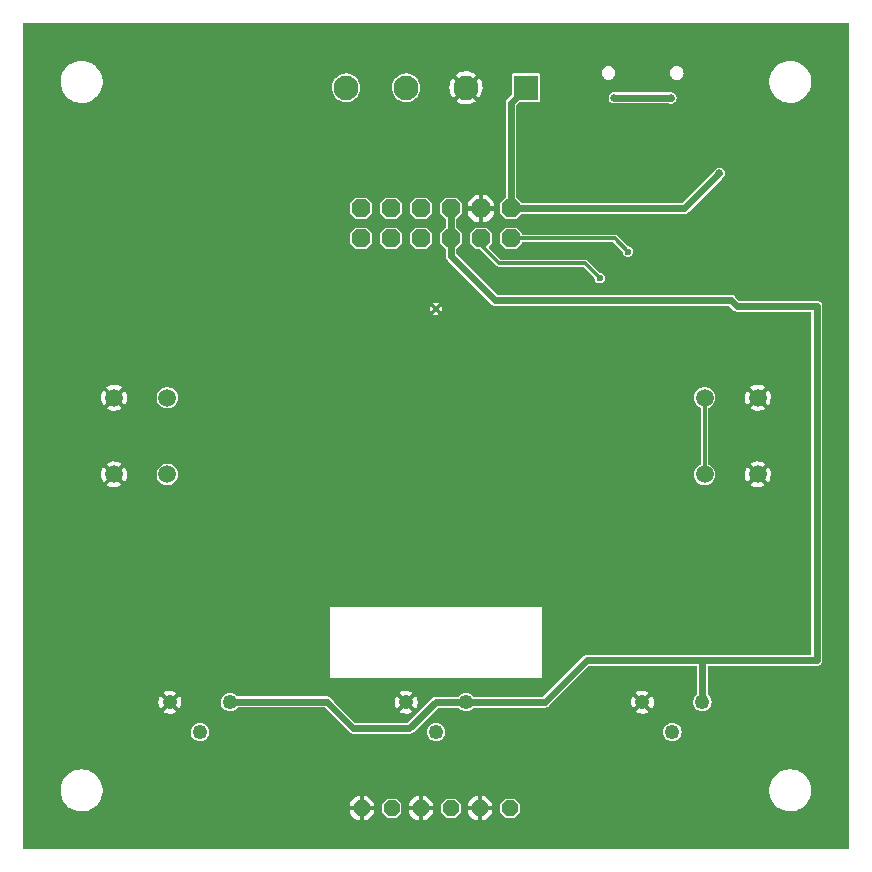
<source format=gbr>
%TF.GenerationSoftware,KiCad,Pcbnew,(6.0.1)*%
%TF.CreationDate,2022-09-28T09:38:13-06:00*%
%TF.ProjectId,SENSORY_BRIDGE,53454e53-4f52-4595-9f42-52494447452e,rev?*%
%TF.SameCoordinates,PX6c3e3acPY8584910*%
%TF.FileFunction,Copper,L2,Bot*%
%TF.FilePolarity,Positive*%
%FSLAX46Y46*%
G04 Gerber Fmt 4.6, Leading zero omitted, Abs format (unit mm)*
G04 Created by KiCad (PCBNEW (6.0.1)) date 2022-09-28 09:38:13*
%MOMM*%
%LPD*%
G01*
G04 APERTURE LIST*
G04 Aperture macros list*
%AMOutline5P*
0 Free polygon, 5 corners , with rotation*
0 The origin of the aperture is its center*
0 number of corners: always 5*
0 $1 to $10 corner X, Y*
0 $11 Rotation angle, in degrees counterclockwise*
0 create outline with 5 corners*
4,1,5,$1,$2,$3,$4,$5,$6,$7,$8,$9,$10,$1,$2,$11*%
%AMOutline6P*
0 Free polygon, 6 corners , with rotation*
0 The origin of the aperture is its center*
0 number of corners: always 6*
0 $1 to $12 corner X, Y*
0 $13 Rotation angle, in degrees counterclockwise*
0 create outline with 6 corners*
4,1,6,$1,$2,$3,$4,$5,$6,$7,$8,$9,$10,$11,$12,$1,$2,$13*%
%AMOutline7P*
0 Free polygon, 7 corners , with rotation*
0 The origin of the aperture is its center*
0 number of corners: always 7*
0 $1 to $14 corner X, Y*
0 $15 Rotation angle, in degrees counterclockwise*
0 create outline with 7 corners*
4,1,7,$1,$2,$3,$4,$5,$6,$7,$8,$9,$10,$11,$12,$13,$14,$1,$2,$15*%
%AMOutline8P*
0 Free polygon, 8 corners , with rotation*
0 The origin of the aperture is its center*
0 number of corners: always 8*
0 $1 to $16 corner X, Y*
0 $17 Rotation angle, in degrees counterclockwise*
0 create outline with 8 corners*
4,1,8,$1,$2,$3,$4,$5,$6,$7,$8,$9,$10,$11,$12,$13,$14,$15,$16,$1,$2,$17*%
G04 Aperture macros list end*
%TA.AperFunction,ComponentPad*%
%ADD10C,0.330200*%
%TD*%
%TA.AperFunction,ComponentPad*%
%ADD11C,1.250000*%
%TD*%
%TA.AperFunction,ComponentPad*%
%ADD12C,1.498000*%
%TD*%
%TA.AperFunction,ComponentPad*%
%ADD13Outline8P,-0.660400X0.330200X-0.330200X0.660400X0.330200X0.660400X0.660400X0.330200X0.660400X-0.330200X0.330200X-0.660400X-0.330200X-0.660400X-0.660400X-0.330200X180.000000*%
%TD*%
%TA.AperFunction,ComponentPad*%
%ADD14R,2.100000X2.100000*%
%TD*%
%TA.AperFunction,ComponentPad*%
%ADD15C,2.100000*%
%TD*%
%TA.AperFunction,ComponentPad*%
%ADD16Outline8P,-0.762000X0.381000X-0.381000X0.762000X0.381000X0.762000X0.762000X0.381000X0.762000X-0.381000X0.381000X-0.762000X-0.381000X-0.762000X-0.762000X-0.381000X180.000000*%
%TD*%
%TA.AperFunction,ViaPad*%
%ADD17C,0.654800*%
%TD*%
%TA.AperFunction,ViaPad*%
%ADD18C,0.600000*%
%TD*%
%TA.AperFunction,Conductor*%
%ADD19C,0.600000*%
%TD*%
%TA.AperFunction,Conductor*%
%ADD20C,0.300000*%
%TD*%
G04 APERTURE END LIST*
D10*
%TO.P,U1,3,GND*%
%TO.N,/GND*%
X35000000Y45762000D03*
%TD*%
D11*
%TO.P,R3,1,1*%
%TO.N,/3V3*%
X17555000Y12470000D03*
%TO.P,R3,2,2*%
%TO.N,/MOOD_ADC*%
X15015000Y9930000D03*
%TO.P,R3,3,3*%
%TO.N,/GND*%
X12475000Y12470000D03*
%TD*%
%TO.P,R2,1,1*%
%TO.N,/3V3*%
X37555000Y12470000D03*
%TO.P,R2,2,2*%
%TO.N,/BOOST_ADC*%
X35015000Y9930000D03*
%TO.P,R2,3,3*%
%TO.N,/GND*%
X32475000Y12470000D03*
%TD*%
D12*
%TO.P,SW2,1,1*%
%TO.N,/NOISE_PIN*%
X57750000Y38250000D03*
%TO.P,SW2,2,2*%
X57750000Y31750000D03*
%TO.P,SW2,3,3*%
%TO.N,/GND*%
X62250000Y38250000D03*
%TO.P,SW2,4,4*%
X62250000Y31750000D03*
%TD*%
D13*
%TO.P,LED1,A,A*%
%TO.N,Net-(LED1-PadA)*%
X41270000Y3500000D03*
%TO.P,LED1,K,C*%
%TO.N,/GND*%
X38730000Y3500000D03*
%TD*%
%TO.P,LED2,A,A*%
%TO.N,Net-(LED2-PadA)*%
X36270000Y3500000D03*
%TO.P,LED2,K,C*%
%TO.N,/GND*%
X33730000Y3500000D03*
%TD*%
D14*
%TO.P,J2,1,1*%
%TO.N,/5V*%
X42625000Y64500000D03*
D15*
%TO.P,J2,2,2*%
%TO.N,/GND*%
X37545000Y64500000D03*
%TO.P,J2,3,3*%
%TO.N,/LED_DATA*%
X32465000Y64500000D03*
%TO.P,J2,4,4*%
%TO.N,/LED_CLOCK*%
X27385000Y64500000D03*
%TD*%
D16*
%TO.P,JP1,1,1*%
%TO.N,/IO17*%
X41350000Y51730000D03*
%TO.P,JP1,2,2*%
%TO.N,/5V*%
X41350000Y54270000D03*
%TO.P,JP1,3,3*%
%TO.N,/IO18*%
X38810000Y51730000D03*
%TO.P,JP1,4,4*%
%TO.N,/GND*%
X38810000Y54270000D03*
%TO.P,JP1,5,5*%
%TO.N,/3V3*%
X36270000Y51730000D03*
%TO.P,JP1,6,6*%
X36270000Y54270000D03*
%TO.P,JP1,7,7*%
%TO.N,/UART_RX*%
X33730000Y51730000D03*
%TO.P,JP1,8,8*%
%TO.N,/UART_TX*%
X33730000Y54270000D03*
%TO.P,JP1,9,9*%
%TO.N,/LED_DATA*%
X31190000Y51730000D03*
%TO.P,JP1,10,10*%
X31190000Y54270000D03*
%TO.P,JP1,11,11*%
%TO.N,/LED_CLOCK*%
X28650000Y51730000D03*
%TO.P,JP1,12,12*%
X28650000Y54270000D03*
%TD*%
D11*
%TO.P,R1,1,1*%
%TO.N,/3V3*%
X57555000Y12470000D03*
%TO.P,R1,2,2*%
%TO.N,/PHOTONS_ADC*%
X55015000Y9930000D03*
%TO.P,R1,3,3*%
%TO.N,/GND*%
X52475000Y12470000D03*
%TD*%
D13*
%TO.P,LED3,A,A*%
%TO.N,Net-(LED3-PadA)*%
X31270000Y3500000D03*
%TO.P,LED3,K,C*%
%TO.N,/GND*%
X28730000Y3500000D03*
%TD*%
D12*
%TO.P,SW1,1,1*%
%TO.N,/MODE_PIN*%
X12250000Y31750000D03*
%TO.P,SW1,2,2*%
X12250000Y38250000D03*
%TO.P,SW1,3,3*%
%TO.N,/GND*%
X7750000Y31750000D03*
%TO.P,SW1,4,4*%
X7750000Y38250000D03*
%TD*%
D17*
%TO.N,/GND*%
X1000000Y65000000D03*
X59000000Y1000000D03*
X1000000Y33000000D03*
X43000000Y69000000D03*
D18*
X57750000Y64500000D03*
D17*
X54000000Y61000000D03*
X69000000Y11000000D03*
X69000000Y17000000D03*
X1000000Y7000000D03*
X69000000Y39000000D03*
X69000000Y51000000D03*
X33000000Y69000000D03*
X25750000Y61750000D03*
X23000000Y1000000D03*
X65000000Y69000000D03*
X44500000Y19000000D03*
X69000000Y43000000D03*
X23000000Y69000000D03*
X65322479Y49033004D03*
D18*
X57250000Y68500000D03*
D17*
X5000000Y69000000D03*
X69000000Y63000000D03*
X69000000Y15000000D03*
X25000000Y69000000D03*
D18*
X51250000Y31750000D03*
D17*
X53500000Y11000000D03*
X9000000Y1000000D03*
X1000000Y9000000D03*
X15000000Y1000000D03*
X69000000Y19000000D03*
X69000000Y25000000D03*
X55000000Y1000000D03*
X57000000Y1000000D03*
X48000000Y58500000D03*
X1000000Y57000000D03*
X30000000Y64500000D03*
X69000000Y53000000D03*
D18*
X58250000Y69000000D03*
D17*
X27000000Y69000000D03*
X69000000Y5000000D03*
X69000000Y7000000D03*
X11000000Y1000000D03*
X1000000Y5000000D03*
D18*
X47250000Y65500000D03*
D17*
X15000000Y69000000D03*
X1000000Y35000000D03*
X39000000Y69000000D03*
D18*
X47250000Y64500000D03*
D17*
X69000000Y31000000D03*
D18*
X57750000Y65500000D03*
D17*
X69000000Y29000000D03*
D18*
X15750000Y59000000D03*
D17*
X56500000Y63250000D03*
X19000000Y69000000D03*
D18*
X47750000Y68500000D03*
D17*
X49000000Y1000000D03*
X7000000Y69000000D03*
X1000000Y13000000D03*
X1000000Y23000000D03*
X1000000Y11000000D03*
X1000000Y31000000D03*
D18*
X23000000Y56250000D03*
D17*
X61000000Y1000000D03*
X1000000Y55000000D03*
X53000000Y1000000D03*
X1000000Y15000000D03*
X1000000Y47000000D03*
X9000000Y69000000D03*
X7000000Y1000000D03*
X69000000Y55000000D03*
X1000000Y61000000D03*
X52500000Y69000000D03*
X1000000Y17000000D03*
X29000000Y69000000D03*
X52000000Y61000000D03*
X69000000Y57000000D03*
X65000000Y1000000D03*
X69000000Y35000000D03*
X17000000Y69000000D03*
X64250000Y57250000D03*
X37000000Y69000000D03*
D18*
X44750000Y1000000D03*
D17*
X41000000Y69000000D03*
X25500000Y19000000D03*
X1000000Y29000000D03*
X1000000Y43000000D03*
X50500000Y69000000D03*
X1000000Y51000000D03*
X1000000Y53000000D03*
X35000000Y69000000D03*
X67027878Y50194440D03*
X46750000Y63250000D03*
X69000000Y21000000D03*
X69000000Y33000000D03*
X69000000Y61000000D03*
D18*
X17000000Y56250000D03*
D17*
X47000000Y1000000D03*
D18*
X18750000Y31750000D03*
D17*
X52500000Y57000000D03*
X1000000Y25000000D03*
X32500000Y53000000D03*
X1000000Y49000000D03*
X1000000Y21000000D03*
X69000000Y49000000D03*
X19000000Y1000000D03*
X69000000Y65000000D03*
X31000000Y69000000D03*
X69000000Y37000000D03*
X1000000Y27000000D03*
X63000000Y1000000D03*
X13000000Y69000000D03*
X27000000Y24250000D03*
X57250000Y58500000D03*
X69000000Y47000000D03*
X1000000Y41000000D03*
X69000000Y23000000D03*
X1000000Y39000000D03*
X69000000Y27000000D03*
X63000000Y69000000D03*
X25000000Y1000000D03*
X54500000Y69000000D03*
D18*
X46750000Y69000000D03*
D17*
X1000000Y37000000D03*
X1000000Y19000000D03*
X69000000Y41000000D03*
X69000000Y59000000D03*
X51000000Y1000000D03*
X17000000Y1000000D03*
X13000000Y1000000D03*
X42750000Y62250000D03*
X11000000Y69000000D03*
X69000000Y9000000D03*
X5000000Y1000000D03*
X21000000Y1000000D03*
X1000000Y59000000D03*
X69000000Y13000000D03*
X1000000Y45000000D03*
X64250000Y47750000D03*
D18*
X37250000Y45750000D03*
D17*
X69000000Y45000000D03*
X1000000Y63000000D03*
D18*
X32750000Y45750000D03*
D17*
X56500000Y11000000D03*
X21000000Y69000000D03*
%TO.N,/5V*%
X54900000Y63625000D03*
X50100000Y63650000D03*
X59000000Y57250000D03*
D18*
%TO.N,/3V3*%
X57500000Y16000000D03*
X60000000Y46500000D03*
%TO.N,/IO17*%
X51250000Y50625000D03*
%TO.N,/IO18*%
X48875000Y48375000D03*
%TD*%
D19*
%TO.N,/5V*%
X54875000Y63625000D02*
X54900000Y63625000D01*
X41350000Y63225000D02*
X42625000Y64500000D01*
X56020000Y54270000D02*
X59000000Y57250000D01*
X41350000Y54270000D02*
X41350000Y63225000D01*
X50100000Y63650000D02*
X54875000Y63650000D01*
X41350000Y54270000D02*
X56020000Y54270000D01*
X54875000Y63650000D02*
X54875000Y63625000D01*
%TO.N,/3V3*%
X60500000Y46000000D02*
X60000000Y46500000D01*
X57555000Y12470000D02*
X57555000Y15970000D01*
X36270000Y50230000D02*
X36270000Y51730000D01*
X67250000Y16000000D02*
X57525000Y16000000D01*
X57555000Y15970000D02*
X57525000Y16000000D01*
X57525000Y16000000D02*
X57500000Y16000000D01*
X57500000Y16000000D02*
X47750000Y16000000D01*
X40000000Y46500000D02*
X36270000Y50230000D01*
X25750000Y12500000D02*
X28000000Y10250000D01*
X67250000Y46000000D02*
X60500000Y46000000D01*
X34970000Y12470000D02*
X37555000Y12470000D01*
X44220000Y12470000D02*
X37555000Y12470000D01*
X17555000Y12470000D02*
X17555000Y12500000D01*
X17555000Y12500000D02*
X25750000Y12500000D01*
X28000000Y10250000D02*
X32750000Y10250000D01*
X32750000Y10250000D02*
X34970000Y12470000D01*
X67250000Y46000000D02*
X67250000Y16000000D01*
X47750000Y16000000D02*
X44220000Y12470000D01*
X60000000Y46500000D02*
X40000000Y46500000D01*
X36270000Y51730000D02*
X36270000Y54270000D01*
D20*
%TO.N,/NOISE_PIN*%
X57750000Y31750000D02*
X57750000Y38250000D01*
%TO.N,/IO17*%
X50125000Y51750000D02*
X41370000Y51750000D01*
X51250000Y50625000D02*
X50125000Y51750000D01*
X41350000Y51730000D02*
X41370000Y51750000D01*
%TO.N,/IO18*%
X47625000Y49625000D02*
X40375000Y49625000D01*
X48875000Y48375000D02*
X47625000Y49625000D01*
X38810000Y51190000D02*
X38810000Y51730000D01*
X40375000Y49625000D02*
X38810000Y51190000D01*
%TD*%
%TA.AperFunction,Conductor*%
%TO.N,/GND*%
G36*
X69973066Y69982187D02*
G01*
X69998376Y69938350D01*
X69999500Y69925500D01*
X69999500Y74500D01*
X69982187Y26934D01*
X69938350Y1624D01*
X69925500Y500D01*
X74500Y500D01*
X26934Y17813D01*
X1624Y61650D01*
X500Y74500D01*
X500Y3129454D01*
X27719600Y3129454D01*
X27719845Y3125214D01*
X27723402Y3094494D01*
X27725972Y3084615D01*
X27766702Y2986528D01*
X27771891Y2977727D01*
X27790776Y2953985D01*
X27793560Y2950866D01*
X28180841Y2563585D01*
X28184025Y2560749D01*
X28208249Y2541552D01*
X28217051Y2536383D01*
X28315208Y2495826D01*
X28325108Y2493270D01*
X28355229Y2489838D01*
X28359426Y2489600D01*
X28541952Y2489600D01*
X28551948Y2493238D01*
X28555000Y2498525D01*
X28555000Y2502648D01*
X28905000Y2502648D01*
X28908638Y2492652D01*
X28913925Y2489600D01*
X29100546Y2489600D01*
X29104786Y2489845D01*
X29135506Y2493402D01*
X29145385Y2495972D01*
X29243472Y2536702D01*
X29252273Y2541891D01*
X29276015Y2560776D01*
X29279134Y2563560D01*
X29666415Y2950841D01*
X29669251Y2954025D01*
X29688448Y2978249D01*
X29693617Y2987051D01*
X29734174Y3085208D01*
X29736730Y3095108D01*
X29740162Y3125229D01*
X29740400Y3129426D01*
X29740400Y3154670D01*
X30456700Y3154670D01*
X30457419Y3151083D01*
X30457419Y3151082D01*
X30464144Y3117530D01*
X30465675Y3109890D01*
X30490786Y3072380D01*
X30842380Y2720788D01*
X30880393Y2695468D01*
X30899456Y2691693D01*
X30921127Y2687402D01*
X30921130Y2687402D01*
X30924674Y2686700D01*
X31615330Y2686700D01*
X31618917Y2687419D01*
X31618918Y2687419D01*
X31652977Y2694245D01*
X31652979Y2694246D01*
X31660110Y2695675D01*
X31697620Y2720786D01*
X32049212Y3072380D01*
X32074532Y3110393D01*
X32078306Y3129454D01*
X32719600Y3129454D01*
X32719845Y3125214D01*
X32723402Y3094494D01*
X32725972Y3084615D01*
X32766702Y2986528D01*
X32771891Y2977727D01*
X32790776Y2953985D01*
X32793560Y2950866D01*
X33180841Y2563585D01*
X33184025Y2560749D01*
X33208249Y2541552D01*
X33217051Y2536383D01*
X33315208Y2495826D01*
X33325108Y2493270D01*
X33355229Y2489838D01*
X33359426Y2489600D01*
X33541952Y2489600D01*
X33551948Y2493238D01*
X33555000Y2498525D01*
X33555000Y2502648D01*
X33905000Y2502648D01*
X33908638Y2492652D01*
X33913925Y2489600D01*
X34100546Y2489600D01*
X34104786Y2489845D01*
X34135506Y2493402D01*
X34145385Y2495972D01*
X34243472Y2536702D01*
X34252273Y2541891D01*
X34276015Y2560776D01*
X34279134Y2563560D01*
X34666415Y2950841D01*
X34669251Y2954025D01*
X34688448Y2978249D01*
X34693617Y2987051D01*
X34734174Y3085208D01*
X34736730Y3095108D01*
X34740162Y3125229D01*
X34740400Y3129426D01*
X34740400Y3154670D01*
X35456700Y3154670D01*
X35457419Y3151083D01*
X35457419Y3151082D01*
X35464144Y3117530D01*
X35465675Y3109890D01*
X35490786Y3072380D01*
X35842380Y2720788D01*
X35880393Y2695468D01*
X35899456Y2691693D01*
X35921127Y2687402D01*
X35921130Y2687402D01*
X35924674Y2686700D01*
X36615330Y2686700D01*
X36618917Y2687419D01*
X36618918Y2687419D01*
X36652977Y2694245D01*
X36652979Y2694246D01*
X36660110Y2695675D01*
X36697620Y2720786D01*
X37049212Y3072380D01*
X37074532Y3110393D01*
X37078306Y3129454D01*
X37719600Y3129454D01*
X37719845Y3125214D01*
X37723402Y3094494D01*
X37725972Y3084615D01*
X37766702Y2986528D01*
X37771891Y2977727D01*
X37790776Y2953985D01*
X37793560Y2950866D01*
X38180841Y2563585D01*
X38184025Y2560749D01*
X38208249Y2541552D01*
X38217051Y2536383D01*
X38315208Y2495826D01*
X38325108Y2493270D01*
X38355229Y2489838D01*
X38359426Y2489600D01*
X38541952Y2489600D01*
X38551948Y2493238D01*
X38555000Y2498525D01*
X38555000Y2502648D01*
X38905000Y2502648D01*
X38908638Y2492652D01*
X38913925Y2489600D01*
X39100546Y2489600D01*
X39104786Y2489845D01*
X39135506Y2493402D01*
X39145385Y2495972D01*
X39243472Y2536702D01*
X39252273Y2541891D01*
X39276015Y2560776D01*
X39279134Y2563560D01*
X39666415Y2950841D01*
X39669251Y2954025D01*
X39688448Y2978249D01*
X39693617Y2987051D01*
X39734174Y3085208D01*
X39736730Y3095108D01*
X39740162Y3125229D01*
X39740400Y3129426D01*
X39740400Y3154670D01*
X40456700Y3154670D01*
X40457419Y3151083D01*
X40457419Y3151082D01*
X40464144Y3117530D01*
X40465675Y3109890D01*
X40490786Y3072380D01*
X40842380Y2720788D01*
X40880393Y2695468D01*
X40899456Y2691693D01*
X40921127Y2687402D01*
X40921130Y2687402D01*
X40924674Y2686700D01*
X41615330Y2686700D01*
X41618917Y2687419D01*
X41618918Y2687419D01*
X41652977Y2694245D01*
X41652979Y2694246D01*
X41660110Y2695675D01*
X41697620Y2720786D01*
X42049212Y3072380D01*
X42074532Y3110393D01*
X42083300Y3154674D01*
X42083300Y3845330D01*
X42078246Y3870546D01*
X42075755Y3882977D01*
X42075754Y3882979D01*
X42074325Y3890110D01*
X42049214Y3927620D01*
X41697620Y4279212D01*
X41659607Y4304532D01*
X41640544Y4308307D01*
X41618873Y4312598D01*
X41618870Y4312598D01*
X41615326Y4313300D01*
X40924670Y4313300D01*
X40921083Y4312581D01*
X40921082Y4312581D01*
X40887023Y4305755D01*
X40887021Y4305754D01*
X40879890Y4304325D01*
X40842380Y4279214D01*
X40490788Y3927620D01*
X40465468Y3889607D01*
X40456700Y3845326D01*
X40456700Y3154670D01*
X39740400Y3154670D01*
X39740400Y3311952D01*
X39736762Y3321948D01*
X39731475Y3325000D01*
X38918048Y3325000D01*
X38908052Y3321362D01*
X38905000Y3316075D01*
X38905000Y2502648D01*
X38555000Y2502648D01*
X38555000Y3311952D01*
X38551362Y3321948D01*
X38546075Y3325000D01*
X37732648Y3325000D01*
X37722652Y3321362D01*
X37719600Y3316075D01*
X37719600Y3129454D01*
X37078306Y3129454D01*
X37083300Y3154674D01*
X37083300Y3688048D01*
X37719600Y3688048D01*
X37723238Y3678052D01*
X37728525Y3675000D01*
X38541952Y3675000D01*
X38551948Y3678638D01*
X38555000Y3683925D01*
X38555000Y3688048D01*
X38905000Y3688048D01*
X38908638Y3678052D01*
X38913925Y3675000D01*
X39727352Y3675000D01*
X39737348Y3678638D01*
X39740400Y3683925D01*
X39740400Y3870546D01*
X39740155Y3874786D01*
X39736598Y3905506D01*
X39734028Y3915385D01*
X39693298Y4013472D01*
X39688109Y4022273D01*
X39669224Y4046015D01*
X39666440Y4049134D01*
X39279159Y4436415D01*
X39275975Y4439251D01*
X39251751Y4458448D01*
X39242949Y4463617D01*
X39144792Y4504174D01*
X39134892Y4506730D01*
X39104771Y4510162D01*
X39100574Y4510400D01*
X38918048Y4510400D01*
X38908052Y4506762D01*
X38905000Y4501475D01*
X38905000Y3688048D01*
X38555000Y3688048D01*
X38555000Y4497352D01*
X38551362Y4507348D01*
X38546075Y4510400D01*
X38359454Y4510400D01*
X38355214Y4510155D01*
X38324494Y4506598D01*
X38314615Y4504028D01*
X38216528Y4463298D01*
X38207727Y4458109D01*
X38183985Y4439224D01*
X38180866Y4436440D01*
X37793585Y4049159D01*
X37790749Y4045975D01*
X37771552Y4021751D01*
X37766383Y4012949D01*
X37725826Y3914792D01*
X37723270Y3904892D01*
X37719838Y3874771D01*
X37719600Y3870574D01*
X37719600Y3688048D01*
X37083300Y3688048D01*
X37083300Y3845330D01*
X37078246Y3870546D01*
X37075755Y3882977D01*
X37075754Y3882979D01*
X37074325Y3890110D01*
X37049214Y3927620D01*
X36697620Y4279212D01*
X36659607Y4304532D01*
X36640544Y4308307D01*
X36618873Y4312598D01*
X36618870Y4312598D01*
X36615326Y4313300D01*
X35924670Y4313300D01*
X35921083Y4312581D01*
X35921082Y4312581D01*
X35887023Y4305755D01*
X35887021Y4305754D01*
X35879890Y4304325D01*
X35842380Y4279214D01*
X35490788Y3927620D01*
X35465468Y3889607D01*
X35456700Y3845326D01*
X35456700Y3154670D01*
X34740400Y3154670D01*
X34740400Y3311952D01*
X34736762Y3321948D01*
X34731475Y3325000D01*
X33918048Y3325000D01*
X33908052Y3321362D01*
X33905000Y3316075D01*
X33905000Y2502648D01*
X33555000Y2502648D01*
X33555000Y3311952D01*
X33551362Y3321948D01*
X33546075Y3325000D01*
X32732648Y3325000D01*
X32722652Y3321362D01*
X32719600Y3316075D01*
X32719600Y3129454D01*
X32078306Y3129454D01*
X32083300Y3154674D01*
X32083300Y3688048D01*
X32719600Y3688048D01*
X32723238Y3678052D01*
X32728525Y3675000D01*
X33541952Y3675000D01*
X33551948Y3678638D01*
X33555000Y3683925D01*
X33555000Y3688048D01*
X33905000Y3688048D01*
X33908638Y3678052D01*
X33913925Y3675000D01*
X34727352Y3675000D01*
X34737348Y3678638D01*
X34740400Y3683925D01*
X34740400Y3870546D01*
X34740155Y3874786D01*
X34736598Y3905506D01*
X34734028Y3915385D01*
X34693298Y4013472D01*
X34688109Y4022273D01*
X34669224Y4046015D01*
X34666440Y4049134D01*
X34279159Y4436415D01*
X34275975Y4439251D01*
X34251751Y4458448D01*
X34242949Y4463617D01*
X34144792Y4504174D01*
X34134892Y4506730D01*
X34104771Y4510162D01*
X34100574Y4510400D01*
X33918048Y4510400D01*
X33908052Y4506762D01*
X33905000Y4501475D01*
X33905000Y3688048D01*
X33555000Y3688048D01*
X33555000Y4497352D01*
X33551362Y4507348D01*
X33546075Y4510400D01*
X33359454Y4510400D01*
X33355214Y4510155D01*
X33324494Y4506598D01*
X33314615Y4504028D01*
X33216528Y4463298D01*
X33207727Y4458109D01*
X33183985Y4439224D01*
X33180866Y4436440D01*
X32793585Y4049159D01*
X32790749Y4045975D01*
X32771552Y4021751D01*
X32766383Y4012949D01*
X32725826Y3914792D01*
X32723270Y3904892D01*
X32719838Y3874771D01*
X32719600Y3870574D01*
X32719600Y3688048D01*
X32083300Y3688048D01*
X32083300Y3845330D01*
X32078246Y3870546D01*
X32075755Y3882977D01*
X32075754Y3882979D01*
X32074325Y3890110D01*
X32049214Y3927620D01*
X31697620Y4279212D01*
X31659607Y4304532D01*
X31640544Y4308307D01*
X31618873Y4312598D01*
X31618870Y4312598D01*
X31615326Y4313300D01*
X30924670Y4313300D01*
X30921083Y4312581D01*
X30921082Y4312581D01*
X30887023Y4305755D01*
X30887021Y4305754D01*
X30879890Y4304325D01*
X30842380Y4279214D01*
X30490788Y3927620D01*
X30465468Y3889607D01*
X30456700Y3845326D01*
X30456700Y3154670D01*
X29740400Y3154670D01*
X29740400Y3311952D01*
X29736762Y3321948D01*
X29731475Y3325000D01*
X28918048Y3325000D01*
X28908052Y3321362D01*
X28905000Y3316075D01*
X28905000Y2502648D01*
X28555000Y2502648D01*
X28555000Y3311952D01*
X28551362Y3321948D01*
X28546075Y3325000D01*
X27732648Y3325000D01*
X27722652Y3321362D01*
X27719600Y3316075D01*
X27719600Y3129454D01*
X500Y3129454D01*
X500Y4891304D01*
X3222842Y4891304D01*
X3258429Y4629818D01*
X3259195Y4627190D01*
X3314801Y4436415D01*
X3332275Y4376463D01*
X3333421Y4373978D01*
X3333421Y4373977D01*
X3376180Y4281225D01*
X3442758Y4136807D01*
X3444262Y4134513D01*
X3579907Y3927620D01*
X3587451Y3916113D01*
X3589279Y3914065D01*
X3589282Y3914061D01*
X3653860Y3841708D01*
X3763175Y3719231D01*
X3966071Y3550484D01*
X3968413Y3549063D01*
X3968417Y3549060D01*
X4012098Y3522554D01*
X4191679Y3413582D01*
X4194208Y3412521D01*
X4194211Y3412520D01*
X4410202Y3321948D01*
X4435046Y3311530D01*
X4690823Y3246570D01*
X4754270Y3240181D01*
X4908161Y3224685D01*
X4908170Y3224685D01*
X4910003Y3224500D01*
X5067001Y3224500D01*
X5068343Y3224600D01*
X5068350Y3224600D01*
X5260443Y3238875D01*
X5260446Y3238875D01*
X5263172Y3239078D01*
X5520562Y3297319D01*
X5766516Y3392966D01*
X5995631Y3523916D01*
X6202874Y3687293D01*
X6203584Y3688048D01*
X27719600Y3688048D01*
X27723238Y3678052D01*
X27728525Y3675000D01*
X28541952Y3675000D01*
X28551948Y3678638D01*
X28555000Y3683925D01*
X28555000Y3688048D01*
X28905000Y3688048D01*
X28908638Y3678052D01*
X28913925Y3675000D01*
X29727352Y3675000D01*
X29737348Y3678638D01*
X29740400Y3683925D01*
X29740400Y3870546D01*
X29740155Y3874786D01*
X29736598Y3905506D01*
X29734028Y3915385D01*
X29693298Y4013472D01*
X29688109Y4022273D01*
X29669224Y4046015D01*
X29666440Y4049134D01*
X29279159Y4436415D01*
X29275975Y4439251D01*
X29251751Y4458448D01*
X29242949Y4463617D01*
X29144792Y4504174D01*
X29134892Y4506730D01*
X29104771Y4510162D01*
X29100574Y4510400D01*
X28918048Y4510400D01*
X28908052Y4506762D01*
X28905000Y4501475D01*
X28905000Y3688048D01*
X28555000Y3688048D01*
X28555000Y4497352D01*
X28551362Y4507348D01*
X28546075Y4510400D01*
X28359454Y4510400D01*
X28355214Y4510155D01*
X28324494Y4506598D01*
X28314615Y4504028D01*
X28216528Y4463298D01*
X28207727Y4458109D01*
X28183985Y4439224D01*
X28180866Y4436440D01*
X27793585Y4049159D01*
X27790749Y4045975D01*
X27771552Y4021751D01*
X27766383Y4012949D01*
X27725826Y3914792D01*
X27723270Y3904892D01*
X27719838Y3874771D01*
X27719600Y3870574D01*
X27719600Y3688048D01*
X6203584Y3688048D01*
X6383692Y3879508D01*
X6534113Y4096339D01*
X6623036Y4276658D01*
X6649616Y4330557D01*
X6649616Y4330558D01*
X6650831Y4333021D01*
X6651667Y4335632D01*
X6651670Y4335640D01*
X6730444Y4581731D01*
X6731284Y4584355D01*
X6773704Y4844821D01*
X6774313Y4891304D01*
X63222842Y4891304D01*
X63258429Y4629818D01*
X63259195Y4627190D01*
X63314801Y4436415D01*
X63332275Y4376463D01*
X63333421Y4373978D01*
X63333421Y4373977D01*
X63376180Y4281225D01*
X63442758Y4136807D01*
X63444262Y4134513D01*
X63579907Y3927620D01*
X63587451Y3916113D01*
X63589279Y3914065D01*
X63589282Y3914061D01*
X63653860Y3841708D01*
X63763175Y3719231D01*
X63966071Y3550484D01*
X63968413Y3549063D01*
X63968417Y3549060D01*
X64012098Y3522554D01*
X64191679Y3413582D01*
X64194208Y3412521D01*
X64194211Y3412520D01*
X64410202Y3321948D01*
X64435046Y3311530D01*
X64690823Y3246570D01*
X64754270Y3240181D01*
X64908161Y3224685D01*
X64908170Y3224685D01*
X64910003Y3224500D01*
X65067001Y3224500D01*
X65068343Y3224600D01*
X65068350Y3224600D01*
X65260443Y3238875D01*
X65260446Y3238875D01*
X65263172Y3239078D01*
X65520562Y3297319D01*
X65766516Y3392966D01*
X65995631Y3523916D01*
X66202874Y3687293D01*
X66383692Y3879508D01*
X66534113Y4096339D01*
X66623036Y4276658D01*
X66649616Y4330557D01*
X66649616Y4330558D01*
X66650831Y4333021D01*
X66651667Y4335632D01*
X66651670Y4335640D01*
X66730444Y4581731D01*
X66731284Y4584355D01*
X66773704Y4844821D01*
X66774313Y4891304D01*
X66777122Y5105951D01*
X66777158Y5108696D01*
X66741571Y5370182D01*
X66667725Y5623537D01*
X66557242Y5863193D01*
X66412549Y6083887D01*
X66381885Y6118244D01*
X66238656Y6278718D01*
X66238653Y6278721D01*
X66236825Y6280769D01*
X66033929Y6449516D01*
X66031587Y6450937D01*
X66031583Y6450940D01*
X65810668Y6584994D01*
X65810666Y6584995D01*
X65808321Y6586418D01*
X65805792Y6587479D01*
X65805789Y6587480D01*
X65567482Y6687410D01*
X65567481Y6687410D01*
X65564954Y6688470D01*
X65309177Y6753430D01*
X65232757Y6761125D01*
X65091839Y6775315D01*
X65091830Y6775315D01*
X65089997Y6775500D01*
X64932999Y6775500D01*
X64931657Y6775400D01*
X64931650Y6775400D01*
X64739557Y6761125D01*
X64739554Y6761125D01*
X64736828Y6760922D01*
X64479438Y6702681D01*
X64233484Y6607034D01*
X64004369Y6476084D01*
X63797126Y6312707D01*
X63616308Y6120492D01*
X63465887Y5903661D01*
X63349169Y5666979D01*
X63348333Y5664368D01*
X63348330Y5664360D01*
X63335263Y5623537D01*
X63268716Y5415645D01*
X63226296Y5155179D01*
X63226260Y5152446D01*
X63226260Y5152443D01*
X63223792Y4963857D01*
X63222842Y4891304D01*
X6774313Y4891304D01*
X6777122Y5105951D01*
X6777158Y5108696D01*
X6741571Y5370182D01*
X6667725Y5623537D01*
X6557242Y5863193D01*
X6412549Y6083887D01*
X6381885Y6118244D01*
X6238656Y6278718D01*
X6238653Y6278721D01*
X6236825Y6280769D01*
X6033929Y6449516D01*
X6031587Y6450937D01*
X6031583Y6450940D01*
X5810668Y6584994D01*
X5810666Y6584995D01*
X5808321Y6586418D01*
X5805792Y6587479D01*
X5805789Y6587480D01*
X5567482Y6687410D01*
X5567481Y6687410D01*
X5564954Y6688470D01*
X5309177Y6753430D01*
X5232757Y6761125D01*
X5091839Y6775315D01*
X5091830Y6775315D01*
X5089997Y6775500D01*
X4932999Y6775500D01*
X4931657Y6775400D01*
X4931650Y6775400D01*
X4739557Y6761125D01*
X4739554Y6761125D01*
X4736828Y6760922D01*
X4479438Y6702681D01*
X4233484Y6607034D01*
X4004369Y6476084D01*
X3797126Y6312707D01*
X3616308Y6120492D01*
X3465887Y5903661D01*
X3349169Y5666979D01*
X3348333Y5664368D01*
X3348330Y5664360D01*
X3335263Y5623537D01*
X3268716Y5415645D01*
X3226296Y5155179D01*
X3226260Y5152446D01*
X3226260Y5152443D01*
X3223792Y4963857D01*
X3222842Y4891304D01*
X500Y4891304D01*
X500Y9940930D01*
X14232254Y9940930D01*
X14232658Y9936810D01*
X14246837Y9792210D01*
X14249285Y9767242D01*
X14250589Y9763321D01*
X14250590Y9763318D01*
X14302227Y9608092D01*
X14304372Y9601644D01*
X14394778Y9452365D01*
X14516010Y9326825D01*
X14519470Y9324561D01*
X14519471Y9324560D01*
X14550369Y9304341D01*
X14662043Y9231264D01*
X14665923Y9229821D01*
X14665925Y9229820D01*
X14821740Y9171873D01*
X14821742Y9171873D01*
X14825618Y9170431D01*
X14870467Y9164447D01*
X14994503Y9147897D01*
X14994507Y9147897D01*
X14998606Y9147350D01*
X15002727Y9147725D01*
X15002731Y9147725D01*
X15077036Y9154488D01*
X15172408Y9163167D01*
X15338387Y9217097D01*
X15359730Y9229820D01*
X15484741Y9304341D01*
X15484745Y9304344D01*
X15488293Y9306459D01*
X15512805Y9329801D01*
X15611683Y9423962D01*
X15614676Y9426812D01*
X15711255Y9572174D01*
X15712726Y9576046D01*
X15771759Y9731452D01*
X15771760Y9731454D01*
X15773228Y9735320D01*
X15777163Y9763318D01*
X15797194Y9905840D01*
X15797195Y9905848D01*
X15797517Y9908142D01*
X15797822Y9930000D01*
X15778368Y10103433D01*
X15774663Y10114074D01*
X15761011Y10153276D01*
X15720974Y10268246D01*
X15628492Y10416248D01*
X15505519Y10540083D01*
X15358167Y10633596D01*
X15331308Y10643160D01*
X15197660Y10690750D01*
X15197656Y10690751D01*
X15193758Y10692139D01*
X15020465Y10712803D01*
X15016355Y10712371D01*
X15016353Y10712371D01*
X14851009Y10694993D01*
X14851008Y10694993D01*
X14846900Y10694561D01*
X14764295Y10666440D01*
X14685603Y10639651D01*
X14685601Y10639650D01*
X14681691Y10638319D01*
X14533047Y10546872D01*
X14408356Y10424766D01*
X14313817Y10278070D01*
X14312403Y10274185D01*
X14312401Y10274181D01*
X14310241Y10268246D01*
X14254128Y10114074D01*
X14253610Y10109970D01*
X14253609Y10109968D01*
X14232815Y9945370D01*
X14232254Y9940930D01*
X500Y9940930D01*
X500Y11664328D01*
X11921959Y11664328D01*
X11922435Y11662553D01*
X11924530Y11660660D01*
X12079611Y11573989D01*
X12086213Y11571105D01*
X12261174Y11514257D01*
X12268219Y11512708D01*
X12450882Y11490926D01*
X12458094Y11490775D01*
X12641516Y11504888D01*
X12648614Y11506140D01*
X12825809Y11555614D01*
X12832517Y11558216D01*
X12996725Y11641163D01*
X13002812Y11645026D01*
X13020416Y11658780D01*
X13026053Y11667802D01*
X13025455Y11672058D01*
X12484226Y12213287D01*
X12474587Y12217782D01*
X12468688Y12216201D01*
X11926454Y11673967D01*
X11921959Y11664328D01*
X500Y11664328D01*
X500Y12480068D01*
X11495680Y12480068D01*
X11511074Y12296750D01*
X11512375Y12289662D01*
X11563083Y12112821D01*
X11565734Y12106126D01*
X11649827Y11942498D01*
X11653729Y11936444D01*
X11663412Y11924227D01*
X11672470Y11918655D01*
X11676808Y11919295D01*
X12218287Y12460774D01*
X12222397Y12469587D01*
X12727218Y12469587D01*
X12728799Y12463688D01*
X13270569Y11921918D01*
X13280208Y11917423D01*
X13282119Y11917935D01*
X13283862Y11919851D01*
X13368230Y12068368D01*
X13371159Y12074945D01*
X13429228Y12249508D01*
X13430825Y12256542D01*
X13454077Y12440595D01*
X13454365Y12444706D01*
X13454689Y12467938D01*
X13454517Y12472052D01*
X13453646Y12480930D01*
X16772254Y12480930D01*
X16789285Y12307242D01*
X16790589Y12303321D01*
X16790590Y12303318D01*
X16830405Y12183629D01*
X16844372Y12141644D01*
X16934778Y11992365D01*
X17056010Y11866825D01*
X17059470Y11864561D01*
X17059471Y11864560D01*
X17090369Y11844341D01*
X17202043Y11771264D01*
X17205923Y11769821D01*
X17205925Y11769820D01*
X17361740Y11711873D01*
X17361742Y11711873D01*
X17365618Y11710431D01*
X17410467Y11704447D01*
X17534503Y11687897D01*
X17534507Y11687897D01*
X17538606Y11687350D01*
X17542727Y11687725D01*
X17542731Y11687725D01*
X17617036Y11694488D01*
X17712408Y11703167D01*
X17878387Y11757097D01*
X17899730Y11769820D01*
X18024741Y11844341D01*
X18024745Y11844344D01*
X18028293Y11846459D01*
X18052805Y11869801D01*
X18151683Y11963962D01*
X18154676Y11966812D01*
X18186062Y12014051D01*
X18226805Y12044089D01*
X18247698Y12047100D01*
X25531751Y12047100D01*
X25579317Y12029787D01*
X25584077Y12025426D01*
X27657620Y9951883D01*
X27663408Y9945370D01*
X27673701Y9932314D01*
X27686466Y9916121D01*
X27735702Y9882092D01*
X27737545Y9880775D01*
X27785681Y9845221D01*
X27790768Y9843435D01*
X27791127Y9843217D01*
X27791375Y9843095D01*
X27793438Y9842044D01*
X27793678Y9841917D01*
X27794065Y9841755D01*
X27798501Y9838689D01*
X27850923Y9822111D01*
X27855538Y9820651D01*
X27857743Y9819915D01*
X27908959Y9801929D01*
X27908962Y9801928D01*
X27914177Y9800097D01*
X27919564Y9799885D01*
X27920649Y9799611D01*
X27924336Y9798893D01*
X27928351Y9797623D01*
X27932549Y9797293D01*
X27932552Y9797292D01*
X27933202Y9797241D01*
X27934996Y9797100D01*
X27988982Y9797100D01*
X27991888Y9797043D01*
X28044733Y9794966D01*
X28044735Y9794966D01*
X28050261Y9794749D01*
X28055610Y9796167D01*
X28060008Y9796653D01*
X28068130Y9797100D01*
X32718706Y9797100D01*
X32727405Y9796587D01*
X32764386Y9792210D01*
X32769828Y9793204D01*
X32769832Y9793204D01*
X32823223Y9802955D01*
X32825514Y9803336D01*
X32879200Y9811408D01*
X32879205Y9811410D01*
X32884675Y9812232D01*
X32889537Y9814567D01*
X32889940Y9814665D01*
X32890203Y9814755D01*
X32892406Y9815471D01*
X32892669Y9815552D01*
X32893052Y9815709D01*
X32898359Y9816678D01*
X32903272Y9819230D01*
X32951432Y9844247D01*
X32953512Y9845287D01*
X33002459Y9868791D01*
X33007443Y9871184D01*
X33011404Y9874845D01*
X33012364Y9875418D01*
X33015477Y9877516D01*
X33019215Y9879458D01*
X33024284Y9883787D01*
X33062466Y9921969D01*
X33064561Y9923983D01*
X33082894Y9940930D01*
X34232254Y9940930D01*
X34232658Y9936810D01*
X34246837Y9792210D01*
X34249285Y9767242D01*
X34250589Y9763321D01*
X34250590Y9763318D01*
X34302227Y9608092D01*
X34304372Y9601644D01*
X34394778Y9452365D01*
X34516010Y9326825D01*
X34519470Y9324561D01*
X34519471Y9324560D01*
X34550369Y9304341D01*
X34662043Y9231264D01*
X34665923Y9229821D01*
X34665925Y9229820D01*
X34821740Y9171873D01*
X34821742Y9171873D01*
X34825618Y9170431D01*
X34870467Y9164447D01*
X34994503Y9147897D01*
X34994507Y9147897D01*
X34998606Y9147350D01*
X35002727Y9147725D01*
X35002731Y9147725D01*
X35077036Y9154488D01*
X35172408Y9163167D01*
X35338387Y9217097D01*
X35359730Y9229820D01*
X35484741Y9304341D01*
X35484745Y9304344D01*
X35488293Y9306459D01*
X35512805Y9329801D01*
X35611683Y9423962D01*
X35614676Y9426812D01*
X35711255Y9572174D01*
X35712726Y9576046D01*
X35771759Y9731452D01*
X35771760Y9731454D01*
X35773228Y9735320D01*
X35777163Y9763318D01*
X35797194Y9905840D01*
X35797195Y9905848D01*
X35797517Y9908142D01*
X35797822Y9930000D01*
X35796596Y9940930D01*
X54232254Y9940930D01*
X54232658Y9936810D01*
X54246837Y9792210D01*
X54249285Y9767242D01*
X54250589Y9763321D01*
X54250590Y9763318D01*
X54302227Y9608092D01*
X54304372Y9601644D01*
X54394778Y9452365D01*
X54516010Y9326825D01*
X54519470Y9324561D01*
X54519471Y9324560D01*
X54550369Y9304341D01*
X54662043Y9231264D01*
X54665923Y9229821D01*
X54665925Y9229820D01*
X54821740Y9171873D01*
X54821742Y9171873D01*
X54825618Y9170431D01*
X54870467Y9164447D01*
X54994503Y9147897D01*
X54994507Y9147897D01*
X54998606Y9147350D01*
X55002727Y9147725D01*
X55002731Y9147725D01*
X55077036Y9154488D01*
X55172408Y9163167D01*
X55338387Y9217097D01*
X55359730Y9229820D01*
X55484741Y9304341D01*
X55484745Y9304344D01*
X55488293Y9306459D01*
X55512805Y9329801D01*
X55611683Y9423962D01*
X55614676Y9426812D01*
X55711255Y9572174D01*
X55712726Y9576046D01*
X55771759Y9731452D01*
X55771760Y9731454D01*
X55773228Y9735320D01*
X55777163Y9763318D01*
X55797194Y9905840D01*
X55797195Y9905848D01*
X55797517Y9908142D01*
X55797822Y9930000D01*
X55778368Y10103433D01*
X55774663Y10114074D01*
X55761011Y10153276D01*
X55720974Y10268246D01*
X55628492Y10416248D01*
X55505519Y10540083D01*
X55358167Y10633596D01*
X55331308Y10643160D01*
X55197660Y10690750D01*
X55197656Y10690751D01*
X55193758Y10692139D01*
X55020465Y10712803D01*
X55016355Y10712371D01*
X55016353Y10712371D01*
X54851009Y10694993D01*
X54851008Y10694993D01*
X54846900Y10694561D01*
X54764295Y10666440D01*
X54685603Y10639651D01*
X54685601Y10639650D01*
X54681691Y10638319D01*
X54533047Y10546872D01*
X54408356Y10424766D01*
X54313817Y10278070D01*
X54312403Y10274185D01*
X54312401Y10274181D01*
X54310241Y10268246D01*
X54254128Y10114074D01*
X54253610Y10109970D01*
X54253609Y10109968D01*
X54232815Y9945370D01*
X54232254Y9940930D01*
X35796596Y9940930D01*
X35778368Y10103433D01*
X35774663Y10114074D01*
X35761011Y10153276D01*
X35720974Y10268246D01*
X35628492Y10416248D01*
X35505519Y10540083D01*
X35358167Y10633596D01*
X35331308Y10643160D01*
X35197660Y10690750D01*
X35197656Y10690751D01*
X35193758Y10692139D01*
X35020465Y10712803D01*
X35016355Y10712371D01*
X35016353Y10712371D01*
X34851009Y10694993D01*
X34851008Y10694993D01*
X34846900Y10694561D01*
X34764295Y10666440D01*
X34685603Y10639651D01*
X34685601Y10639650D01*
X34681691Y10638319D01*
X34533047Y10546872D01*
X34408356Y10424766D01*
X34313817Y10278070D01*
X34312403Y10274185D01*
X34312401Y10274181D01*
X34310241Y10268246D01*
X34254128Y10114074D01*
X34253610Y10109970D01*
X34253609Y10109968D01*
X34232815Y9945370D01*
X34232254Y9940930D01*
X33082894Y9940930D01*
X33103387Y9959873D01*
X33103388Y9959874D01*
X33107450Y9963629D01*
X33110229Y9968414D01*
X33112994Y9971865D01*
X33118420Y9977923D01*
X34804825Y11664328D01*
X51921959Y11664328D01*
X51922435Y11662553D01*
X51924530Y11660660D01*
X52079611Y11573989D01*
X52086213Y11571105D01*
X52261174Y11514257D01*
X52268219Y11512708D01*
X52450882Y11490926D01*
X52458094Y11490775D01*
X52641516Y11504888D01*
X52648614Y11506140D01*
X52825809Y11555614D01*
X52832517Y11558216D01*
X52996725Y11641163D01*
X53002812Y11645026D01*
X53020416Y11658780D01*
X53026053Y11667802D01*
X53025455Y11672058D01*
X52484226Y12213287D01*
X52474587Y12217782D01*
X52468688Y12216201D01*
X51926454Y11673967D01*
X51921959Y11664328D01*
X34804825Y11664328D01*
X35135923Y11995426D01*
X35181799Y12016818D01*
X35188249Y12017100D01*
X36879899Y12017100D01*
X36927465Y11999787D01*
X36934677Y11992267D01*
X36934778Y11992365D01*
X37005341Y11919295D01*
X37056010Y11866825D01*
X37059470Y11864561D01*
X37059471Y11864560D01*
X37090369Y11844341D01*
X37202043Y11771264D01*
X37205923Y11769821D01*
X37205925Y11769820D01*
X37361740Y11711873D01*
X37361742Y11711873D01*
X37365618Y11710431D01*
X37410467Y11704447D01*
X37534503Y11687897D01*
X37534507Y11687897D01*
X37538606Y11687350D01*
X37542727Y11687725D01*
X37542731Y11687725D01*
X37617036Y11694488D01*
X37712408Y11703167D01*
X37878387Y11757097D01*
X37899730Y11769820D01*
X38024741Y11844341D01*
X38024745Y11844344D01*
X38028293Y11846459D01*
X38049680Y11866825D01*
X38151681Y11963960D01*
X38151683Y11963962D01*
X38154676Y11966812D01*
X38166129Y11984050D01*
X38206872Y12014089D01*
X38227766Y12017100D01*
X44188706Y12017100D01*
X44197405Y12016587D01*
X44234386Y12012210D01*
X44239828Y12013204D01*
X44239832Y12013204D01*
X44293223Y12022955D01*
X44295514Y12023336D01*
X44349200Y12031408D01*
X44349205Y12031410D01*
X44354675Y12032232D01*
X44359537Y12034567D01*
X44359940Y12034665D01*
X44360203Y12034755D01*
X44362406Y12035471D01*
X44362669Y12035552D01*
X44363052Y12035709D01*
X44368359Y12036678D01*
X44373272Y12039230D01*
X44421432Y12064247D01*
X44423512Y12065287D01*
X44472459Y12088791D01*
X44477443Y12091184D01*
X44481404Y12094845D01*
X44482364Y12095418D01*
X44485477Y12097516D01*
X44489215Y12099458D01*
X44494284Y12103787D01*
X44532466Y12141969D01*
X44534561Y12143983D01*
X44573387Y12179873D01*
X44573388Y12179874D01*
X44577450Y12183629D01*
X44580229Y12188414D01*
X44582994Y12191865D01*
X44588420Y12197923D01*
X44870565Y12480068D01*
X51495680Y12480068D01*
X51511074Y12296750D01*
X51512375Y12289662D01*
X51563083Y12112821D01*
X51565734Y12106126D01*
X51649827Y11942498D01*
X51653729Y11936444D01*
X51663412Y11924227D01*
X51672470Y11918655D01*
X51676808Y11919295D01*
X52218287Y12460774D01*
X52222397Y12469587D01*
X52727218Y12469587D01*
X52728799Y12463688D01*
X53270569Y11921918D01*
X53280208Y11917423D01*
X53282119Y11917935D01*
X53283862Y11919851D01*
X53368230Y12068368D01*
X53371159Y12074945D01*
X53429228Y12249508D01*
X53430825Y12256542D01*
X53454077Y12440595D01*
X53454365Y12444706D01*
X53454689Y12467938D01*
X53454517Y12472052D01*
X53436412Y12656692D01*
X53435013Y12663760D01*
X53381839Y12839879D01*
X53379095Y12846537D01*
X53292727Y13008973D01*
X53288741Y13014972D01*
X53287428Y13016582D01*
X53278291Y13022029D01*
X53273786Y13021299D01*
X52731713Y12479226D01*
X52727218Y12469587D01*
X52222397Y12469587D01*
X52222782Y12470413D01*
X52221201Y12476312D01*
X51679216Y13018297D01*
X51669577Y13022792D01*
X51665880Y13021801D01*
X51664879Y13020339D01*
X51576248Y12859118D01*
X51573414Y12852507D01*
X51517786Y12677148D01*
X51516287Y12670096D01*
X51495781Y12487277D01*
X51495680Y12480068D01*
X44870565Y12480068D01*
X45663391Y13272894D01*
X51923330Y13272894D01*
X51924015Y13268472D01*
X52465774Y12726713D01*
X52475413Y12722218D01*
X52481312Y12723799D01*
X53022866Y13265353D01*
X53027361Y13274992D01*
X53026155Y13279490D01*
X53025641Y13279915D01*
X53019668Y13283944D01*
X52857841Y13371444D01*
X52851200Y13374236D01*
X52675455Y13428638D01*
X52668402Y13430086D01*
X52485435Y13449316D01*
X52478235Y13449366D01*
X52295024Y13432693D01*
X52287947Y13431343D01*
X52111462Y13379401D01*
X52104786Y13376703D01*
X51941749Y13291470D01*
X51935723Y13287526D01*
X51928840Y13281992D01*
X51923330Y13272894D01*
X45663391Y13272894D01*
X47915923Y15525426D01*
X47961799Y15546818D01*
X47968249Y15547100D01*
X57028100Y15547100D01*
X57075666Y15529787D01*
X57100976Y15485950D01*
X57102100Y15473100D01*
X57102100Y13145078D01*
X57084787Y13097512D01*
X57075038Y13088097D01*
X57073047Y13086872D01*
X57063113Y13077144D01*
X56958559Y12974757D01*
X56948356Y12964766D01*
X56946114Y12961287D01*
X56864849Y12835188D01*
X56853817Y12818070D01*
X56852403Y12814185D01*
X56852401Y12814181D01*
X56818930Y12722218D01*
X56794128Y12654074D01*
X56793610Y12649970D01*
X56793609Y12649968D01*
X56792264Y12639323D01*
X56772254Y12480930D01*
X56789285Y12307242D01*
X56790589Y12303321D01*
X56790590Y12303318D01*
X56830405Y12183629D01*
X56844372Y12141644D01*
X56934778Y11992365D01*
X57056010Y11866825D01*
X57059470Y11864561D01*
X57059471Y11864560D01*
X57090369Y11844341D01*
X57202043Y11771264D01*
X57205923Y11769821D01*
X57205925Y11769820D01*
X57361740Y11711873D01*
X57361742Y11711873D01*
X57365618Y11710431D01*
X57410467Y11704447D01*
X57534503Y11687897D01*
X57534507Y11687897D01*
X57538606Y11687350D01*
X57542727Y11687725D01*
X57542731Y11687725D01*
X57617036Y11694488D01*
X57712408Y11703167D01*
X57878387Y11757097D01*
X57899730Y11769820D01*
X58024741Y11844341D01*
X58024745Y11844344D01*
X58028293Y11846459D01*
X58052805Y11869801D01*
X58151683Y11963962D01*
X58154676Y11966812D01*
X58251255Y12112174D01*
X58252726Y12116046D01*
X58311759Y12271452D01*
X58311760Y12271454D01*
X58313228Y12275320D01*
X58317163Y12303318D01*
X58337194Y12445840D01*
X58337195Y12445848D01*
X58337517Y12448142D01*
X58337822Y12470000D01*
X58318368Y12643433D01*
X58314663Y12654074D01*
X58290932Y12722218D01*
X58260974Y12808246D01*
X58200654Y12904778D01*
X58170685Y12952739D01*
X58170683Y12952741D01*
X58168492Y12956248D01*
X58045519Y13080083D01*
X58042020Y13082303D01*
X58038802Y13084891D01*
X58039488Y13085744D01*
X58011365Y13122259D01*
X58007900Y13144638D01*
X58007900Y15473100D01*
X58025213Y15520666D01*
X58069050Y15545976D01*
X58081900Y15547100D01*
X67189620Y15547100D01*
X67206327Y15545189D01*
X67214064Y15543396D01*
X67263763Y15546915D01*
X67268990Y15547100D01*
X67284028Y15547100D01*
X67296875Y15549032D01*
X67302642Y15549668D01*
X67319792Y15550883D01*
X67349913Y15553015D01*
X67355069Y15555009D01*
X67355071Y15555010D01*
X67359171Y15556596D01*
X67374865Y15560757D01*
X67379204Y15561409D01*
X67379206Y15561410D01*
X67384675Y15562232D01*
X67407569Y15573225D01*
X67427399Y15582747D01*
X67432730Y15585054D01*
X67476928Y15602153D01*
X67484726Y15608300D01*
X67498500Y15616889D01*
X67502457Y15618789D01*
X67502460Y15618791D01*
X67507443Y15621184D01*
X67542254Y15653362D01*
X67546650Y15657117D01*
X67583879Y15686466D01*
X67587021Y15691012D01*
X67587023Y15691014D01*
X67589521Y15694629D01*
X67600159Y15706889D01*
X67607450Y15713629D01*
X67610227Y15718410D01*
X67610231Y15718415D01*
X67631258Y15754615D01*
X67634370Y15759520D01*
X67658168Y15793953D01*
X67658169Y15793954D01*
X67661311Y15798501D01*
X67664301Y15807955D01*
X67670869Y15822812D01*
X67673075Y15826609D01*
X67673077Y15826613D01*
X67675853Y15831393D01*
X67686557Y15877572D01*
X67688087Y15883167D01*
X67702377Y15928351D01*
X67702900Y15934996D01*
X67702900Y15939620D01*
X67704811Y15956330D01*
X67705355Y15958677D01*
X67706604Y15964064D01*
X67703085Y16013763D01*
X67702900Y16018990D01*
X67702900Y45939620D01*
X67704811Y45956330D01*
X67705355Y45958677D01*
X67706604Y45964064D01*
X67703085Y46013763D01*
X67702900Y46018990D01*
X67702900Y46034028D01*
X67700968Y46046875D01*
X67700332Y46052642D01*
X67699057Y46070651D01*
X67696985Y46099913D01*
X67693404Y46109171D01*
X67689243Y46124865D01*
X67688591Y46129204D01*
X67688590Y46129206D01*
X67687768Y46134675D01*
X67667253Y46177399D01*
X67664946Y46182730D01*
X67652306Y46215401D01*
X67647847Y46226928D01*
X67641700Y46234726D01*
X67633111Y46248500D01*
X67631211Y46252457D01*
X67631209Y46252460D01*
X67628816Y46257443D01*
X67596638Y46292254D01*
X67592883Y46296650D01*
X67563534Y46333879D01*
X67558988Y46337021D01*
X67558986Y46337023D01*
X67555371Y46339521D01*
X67543111Y46350159D01*
X67536371Y46357450D01*
X67531590Y46360227D01*
X67531585Y46360231D01*
X67495385Y46381258D01*
X67490480Y46384370D01*
X67456047Y46408168D01*
X67456046Y46408169D01*
X67451499Y46411311D01*
X67446228Y46412978D01*
X67446226Y46412979D01*
X67442045Y46414301D01*
X67427188Y46420869D01*
X67423391Y46423075D01*
X67423387Y46423077D01*
X67418607Y46425853D01*
X67413220Y46427102D01*
X67413219Y46427102D01*
X67403734Y46429300D01*
X67372428Y46436557D01*
X67366842Y46438085D01*
X67321649Y46452377D01*
X67315004Y46452900D01*
X67310380Y46452900D01*
X67293673Y46454811D01*
X67285936Y46456604D01*
X67236237Y46453085D01*
X67231010Y46452900D01*
X60718250Y46452900D01*
X60670684Y46470213D01*
X60665924Y46474574D01*
X60342380Y46798117D01*
X60336592Y46804630D01*
X60316957Y46829537D01*
X60313534Y46833879D01*
X60308984Y46837024D01*
X60308231Y46837731D01*
X60304124Y46840925D01*
X60300787Y46844798D01*
X60259713Y46871421D01*
X60255998Y46873994D01*
X60218770Y46901491D01*
X60218768Y46901492D01*
X60214319Y46904778D01*
X60209232Y46906564D01*
X60208875Y46906781D01*
X60208602Y46906915D01*
X60206526Y46907973D01*
X60206311Y46908087D01*
X60205937Y46908243D01*
X60201499Y46911311D01*
X60196226Y46912979D01*
X60195166Y46913498D01*
X60194246Y46913854D01*
X60191923Y46915360D01*
X60186871Y46916871D01*
X60141479Y46930446D01*
X60138163Y46931523D01*
X60091043Y46948070D01*
X60091044Y46948070D01*
X60085824Y46949903D01*
X60080437Y46950115D01*
X60079350Y46950389D01*
X60075665Y46951107D01*
X60071649Y46952377D01*
X60067451Y46952707D01*
X60067448Y46952708D01*
X60066798Y46952759D01*
X60065004Y46952900D01*
X60011003Y46952900D01*
X60008098Y46952957D01*
X59955266Y46955033D01*
X59955265Y46955033D01*
X59949740Y46955250D01*
X59944394Y46953833D01*
X59939994Y46953347D01*
X59939411Y46953315D01*
X59937902Y46953324D01*
X59937502Y46953210D01*
X59931874Y46952900D01*
X40218250Y46952900D01*
X40170684Y46970213D01*
X40165924Y46974574D01*
X36744574Y50395923D01*
X36723182Y50441799D01*
X36722900Y50448249D01*
X36722900Y50793701D01*
X36740213Y50841267D01*
X36747787Y50848762D01*
X36748420Y50849186D01*
X37150812Y51251580D01*
X37176132Y51289593D01*
X37184899Y51333870D01*
X37895100Y51333870D01*
X37895819Y51330283D01*
X37895819Y51330282D01*
X37902544Y51296730D01*
X37904075Y51289090D01*
X37929186Y51251580D01*
X38331580Y50849188D01*
X38369593Y50823868D01*
X38388656Y50820093D01*
X38410327Y50815802D01*
X38410330Y50815802D01*
X38413874Y50815100D01*
X38725883Y50815100D01*
X38773449Y50797787D01*
X38778209Y50793426D01*
X40121903Y49449732D01*
X40125539Y49445519D01*
X40127614Y49441275D01*
X40132622Y49436630D01*
X40132623Y49436628D01*
X40164535Y49407026D01*
X40166535Y49405100D01*
X40180739Y49390896D01*
X40183555Y49388964D01*
X40186172Y49386790D01*
X40186049Y49386642D01*
X40189268Y49384083D01*
X40210341Y49364535D01*
X40216685Y49362004D01*
X40223781Y49359173D01*
X40238221Y49351463D01*
X40250157Y49343275D01*
X40256808Y49341697D01*
X40256807Y49341697D01*
X40278120Y49336639D01*
X40288451Y49333372D01*
X40310296Y49324657D01*
X40310298Y49324656D01*
X40315147Y49322722D01*
X40321490Y49322100D01*
X40330729Y49322100D01*
X40347815Y49320100D01*
X40353295Y49318799D01*
X40353298Y49318799D01*
X40359947Y49317221D01*
X40390829Y49321424D01*
X40400808Y49322100D01*
X47468883Y49322100D01*
X47516449Y49304787D01*
X47521209Y49300426D01*
X48396451Y48425184D01*
X48417259Y48380561D01*
X48417477Y48380590D01*
X48434298Y48251954D01*
X48486547Y48133209D01*
X48570023Y48033902D01*
X48574407Y48030984D01*
X48574409Y48030982D01*
X48586467Y48022956D01*
X48678017Y47962016D01*
X48691403Y47957834D01*
X48796812Y47924901D01*
X48796815Y47924901D01*
X48801845Y47923329D01*
X48807112Y47923232D01*
X48807115Y47923232D01*
X48864236Y47922186D01*
X48931555Y47920952D01*
X48936638Y47922338D01*
X48936640Y47922338D01*
X49051629Y47953687D01*
X49051633Y47953689D01*
X49056718Y47955075D01*
X49167273Y48022956D01*
X49177181Y48033902D01*
X49250796Y48115230D01*
X49250797Y48115232D01*
X49254332Y48119137D01*
X49256628Y48123876D01*
X49256630Y48123879D01*
X49308599Y48231145D01*
X49310897Y48235888D01*
X49332420Y48363821D01*
X49332557Y48375000D01*
X49314166Y48503421D01*
X49260470Y48621518D01*
X49175787Y48719798D01*
X49171368Y48722662D01*
X49171366Y48722664D01*
X49071346Y48787493D01*
X49071347Y48787493D01*
X49066923Y48790360D01*
X48999026Y48810666D01*
X48947685Y48826020D01*
X48947682Y48826020D01*
X48942631Y48827531D01*
X48880655Y48827910D01*
X48833196Y48845514D01*
X48828782Y48849583D01*
X47878097Y49800268D01*
X47874461Y49804481D01*
X47872386Y49808725D01*
X47867378Y49813370D01*
X47867377Y49813372D01*
X47835465Y49842974D01*
X47833465Y49844900D01*
X47819261Y49859104D01*
X47816445Y49861036D01*
X47813828Y49863210D01*
X47813951Y49863358D01*
X47810732Y49865917D01*
X47789659Y49885465D01*
X47776219Y49890827D01*
X47761779Y49898537D01*
X47755477Y49902860D01*
X47749843Y49906725D01*
X47743196Y49908302D01*
X47743195Y49908303D01*
X47721877Y49913362D01*
X47711543Y49916630D01*
X47689704Y49925343D01*
X47689702Y49925343D01*
X47684853Y49927278D01*
X47678510Y49927900D01*
X47669276Y49927900D01*
X47652190Y49929900D01*
X47646705Y49931202D01*
X47646702Y49931202D01*
X47640053Y49932780D01*
X47609164Y49928576D01*
X47599185Y49927900D01*
X40531118Y49927900D01*
X40483552Y49945213D01*
X40478792Y49949574D01*
X39986567Y50441799D01*
X39486125Y50942240D01*
X39464733Y50988116D01*
X39477834Y51037011D01*
X39486125Y51046892D01*
X39688223Y51248991D01*
X39690812Y51251580D01*
X39716132Y51289593D01*
X39724899Y51333870D01*
X40435100Y51333870D01*
X40435819Y51330283D01*
X40435819Y51330282D01*
X40442544Y51296730D01*
X40444075Y51289090D01*
X40469186Y51251580D01*
X40871580Y50849188D01*
X40909593Y50823868D01*
X40928656Y50820093D01*
X40950327Y50815802D01*
X40950330Y50815802D01*
X40953874Y50815100D01*
X41746130Y50815100D01*
X41749717Y50815819D01*
X41749718Y50815819D01*
X41783777Y50822645D01*
X41783779Y50822646D01*
X41790910Y50824075D01*
X41828420Y50849186D01*
X42230812Y51251580D01*
X42256132Y51289593D01*
X42264900Y51333874D01*
X42264900Y51373100D01*
X42282213Y51420666D01*
X42326050Y51445976D01*
X42338900Y51447100D01*
X49968883Y51447100D01*
X50016449Y51429787D01*
X50021209Y51425426D01*
X50771451Y50675183D01*
X50792258Y50630561D01*
X50792477Y50630590D01*
X50809298Y50501954D01*
X50861547Y50383209D01*
X50945023Y50283902D01*
X50949407Y50280984D01*
X50949409Y50280982D01*
X50961467Y50272956D01*
X51053017Y50212016D01*
X51066403Y50207834D01*
X51171812Y50174901D01*
X51171815Y50174901D01*
X51176845Y50173329D01*
X51182112Y50173232D01*
X51182115Y50173232D01*
X51239236Y50172186D01*
X51306555Y50170952D01*
X51311638Y50172338D01*
X51311640Y50172338D01*
X51426629Y50203687D01*
X51426633Y50203689D01*
X51431718Y50205075D01*
X51542273Y50272956D01*
X51552181Y50283902D01*
X51625796Y50365230D01*
X51625797Y50365232D01*
X51629332Y50369137D01*
X51631628Y50373876D01*
X51631630Y50373879D01*
X51683599Y50481145D01*
X51685897Y50485888D01*
X51707420Y50613821D01*
X51707557Y50625000D01*
X51689166Y50753421D01*
X51657778Y50822455D01*
X51637652Y50866720D01*
X51637650Y50866722D01*
X51635470Y50871518D01*
X51574533Y50942240D01*
X51554227Y50965806D01*
X51554226Y50965807D01*
X51550787Y50969798D01*
X51546368Y50972662D01*
X51546366Y50972664D01*
X51446346Y51037493D01*
X51446347Y51037493D01*
X51441923Y51040360D01*
X51374026Y51060666D01*
X51322685Y51076020D01*
X51322682Y51076020D01*
X51317631Y51077531D01*
X51255656Y51077910D01*
X51208197Y51095514D01*
X51203783Y51099583D01*
X50378097Y51925268D01*
X50374461Y51929481D01*
X50372386Y51933725D01*
X50367378Y51938370D01*
X50367377Y51938372D01*
X50335465Y51967974D01*
X50333465Y51969900D01*
X50319261Y51984104D01*
X50316445Y51986036D01*
X50313828Y51988210D01*
X50313951Y51988358D01*
X50310732Y51990917D01*
X50289659Y52010465D01*
X50276219Y52015827D01*
X50261779Y52023537D01*
X50255477Y52027860D01*
X50249843Y52031725D01*
X50243196Y52033302D01*
X50243195Y52033303D01*
X50221877Y52038362D01*
X50211543Y52041630D01*
X50189704Y52050343D01*
X50189702Y52050343D01*
X50184853Y52052278D01*
X50178510Y52052900D01*
X50169276Y52052900D01*
X50152190Y52054900D01*
X50146705Y52056202D01*
X50146702Y52056202D01*
X50140053Y52057780D01*
X50109164Y52053576D01*
X50099185Y52052900D01*
X42338824Y52052900D01*
X42291258Y52070213D01*
X42265948Y52114050D01*
X42265186Y52119591D01*
X42264900Y52122473D01*
X42264900Y52126130D01*
X42264181Y52129719D01*
X42257355Y52163777D01*
X42257354Y52163779D01*
X42255925Y52170910D01*
X42230814Y52208420D01*
X41828420Y52610812D01*
X41790407Y52636132D01*
X41771344Y52639907D01*
X41749673Y52644198D01*
X41749670Y52644198D01*
X41746126Y52644900D01*
X40953870Y52644900D01*
X40950283Y52644181D01*
X40950282Y52644181D01*
X40916223Y52637355D01*
X40916221Y52637354D01*
X40909090Y52635925D01*
X40871580Y52610814D01*
X40469188Y52208420D01*
X40443868Y52170407D01*
X40435100Y52126126D01*
X40435100Y51333870D01*
X39724899Y51333870D01*
X39724900Y51333874D01*
X39724900Y52126130D01*
X39724181Y52129719D01*
X39717355Y52163777D01*
X39717354Y52163779D01*
X39715925Y52170910D01*
X39690814Y52208420D01*
X39288420Y52610812D01*
X39250407Y52636132D01*
X39231344Y52639907D01*
X39209673Y52644198D01*
X39209670Y52644198D01*
X39206126Y52644900D01*
X38413870Y52644900D01*
X38410283Y52644181D01*
X38410282Y52644181D01*
X38376223Y52637355D01*
X38376221Y52637354D01*
X38369090Y52635925D01*
X38331580Y52610814D01*
X37929188Y52208420D01*
X37903868Y52170407D01*
X37895100Y52126126D01*
X37895100Y51333870D01*
X37184899Y51333870D01*
X37184900Y51333874D01*
X37184900Y52126130D01*
X37184181Y52129719D01*
X37177355Y52163777D01*
X37177354Y52163779D01*
X37175925Y52170910D01*
X37150814Y52208420D01*
X36748420Y52610812D01*
X36748754Y52611146D01*
X36724178Y52652597D01*
X36722900Y52666290D01*
X36722900Y53333701D01*
X36740213Y53381267D01*
X36747787Y53388762D01*
X36748420Y53389186D01*
X37150812Y53791580D01*
X37176132Y53829593D01*
X37179906Y53848654D01*
X37698000Y53848654D01*
X37698245Y53844414D01*
X37701802Y53813694D01*
X37704372Y53803815D01*
X37745102Y53705728D01*
X37750291Y53696927D01*
X37769176Y53673185D01*
X37771960Y53670066D01*
X38210041Y53231985D01*
X38213225Y53229149D01*
X38237449Y53209952D01*
X38246251Y53204783D01*
X38344408Y53164226D01*
X38354308Y53161670D01*
X38384429Y53158238D01*
X38388626Y53158000D01*
X38621952Y53158000D01*
X38631948Y53161638D01*
X38635000Y53166925D01*
X38635000Y53171048D01*
X38985000Y53171048D01*
X38988638Y53161052D01*
X38993925Y53158000D01*
X39231346Y53158000D01*
X39235586Y53158245D01*
X39266306Y53161802D01*
X39276185Y53164372D01*
X39374272Y53205102D01*
X39383073Y53210291D01*
X39406815Y53229176D01*
X39409934Y53231960D01*
X39848015Y53670041D01*
X39850851Y53673225D01*
X39870048Y53697449D01*
X39875217Y53706251D01*
X39915774Y53804408D01*
X39918330Y53814308D01*
X39921762Y53844429D01*
X39922000Y53848626D01*
X39922000Y53873870D01*
X40435100Y53873870D01*
X40435819Y53870283D01*
X40435819Y53870282D01*
X40442544Y53836730D01*
X40444075Y53829090D01*
X40469186Y53791580D01*
X40871580Y53389188D01*
X40909593Y53363868D01*
X40928656Y53360093D01*
X40950327Y53355802D01*
X40950330Y53355802D01*
X40953874Y53355100D01*
X41746130Y53355100D01*
X41749717Y53355819D01*
X41749718Y53355819D01*
X41783777Y53362645D01*
X41783779Y53362646D01*
X41790910Y53364075D01*
X41828420Y53389186D01*
X42230812Y53791580D01*
X42231146Y53791246D01*
X42272597Y53815822D01*
X42286290Y53817100D01*
X55988706Y53817100D01*
X55997405Y53816587D01*
X56034386Y53812210D01*
X56039828Y53813204D01*
X56039832Y53813204D01*
X56093223Y53822955D01*
X56095514Y53823336D01*
X56149200Y53831408D01*
X56149205Y53831410D01*
X56154675Y53832232D01*
X56159537Y53834567D01*
X56159940Y53834665D01*
X56160203Y53834755D01*
X56162406Y53835471D01*
X56162669Y53835552D01*
X56163052Y53835709D01*
X56168359Y53836678D01*
X56173272Y53839230D01*
X56221432Y53864247D01*
X56223512Y53865287D01*
X56272459Y53888791D01*
X56277443Y53891184D01*
X56281404Y53894845D01*
X56282364Y53895418D01*
X56285477Y53897516D01*
X56289215Y53899458D01*
X56294284Y53903787D01*
X56332466Y53941969D01*
X56334561Y53943983D01*
X56373387Y53979873D01*
X56373388Y53979874D01*
X56377450Y53983629D01*
X56380229Y53988414D01*
X56382994Y53991865D01*
X56388420Y53997923D01*
X59192904Y56802406D01*
X59206510Y56813142D01*
X59215463Y56818639D01*
X59309955Y56876657D01*
X59402281Y56978658D01*
X59462269Y57102471D01*
X59485094Y57238145D01*
X59485239Y57250000D01*
X59465735Y57386190D01*
X59408791Y57511433D01*
X59405353Y57515423D01*
X59405351Y57515426D01*
X59322422Y57611668D01*
X59318984Y57615658D01*
X59203535Y57690489D01*
X59103921Y57720280D01*
X59076776Y57728398D01*
X59076775Y57728398D01*
X59071723Y57729909D01*
X59001856Y57730336D01*
X58939416Y57730717D01*
X58939415Y57730717D01*
X58934146Y57730749D01*
X58801862Y57692943D01*
X58685507Y57619528D01*
X58594434Y57516407D01*
X58592193Y57511633D01*
X58572080Y57468795D01*
X58557421Y57447918D01*
X55854077Y54744574D01*
X55808201Y54723182D01*
X55801751Y54722900D01*
X42286299Y54722900D01*
X42238733Y54740213D01*
X42231238Y54747787D01*
X42230814Y54748420D01*
X41828420Y55150812D01*
X41828754Y55151146D01*
X41804178Y55192597D01*
X41802900Y55206290D01*
X41802900Y63006751D01*
X41820213Y63054317D01*
X41824574Y63059077D01*
X42040923Y63275426D01*
X42086799Y63296818D01*
X42093249Y63297100D01*
X43517263Y63297101D01*
X43690056Y63297101D01*
X43734658Y63305972D01*
X43741920Y63310824D01*
X43779173Y63335716D01*
X43785234Y63339766D01*
X43819028Y63390342D01*
X43820633Y63398408D01*
X43827190Y63431373D01*
X43827190Y63431374D01*
X43827900Y63434943D01*
X43827900Y63655928D01*
X49614797Y63655928D01*
X49615480Y63650705D01*
X49615480Y63650702D01*
X49629701Y63541958D01*
X49632636Y63519510D01*
X49688046Y63393581D01*
X49776572Y63288266D01*
X49780959Y63285346D01*
X49886710Y63214951D01*
X49886713Y63214950D01*
X49891099Y63212030D01*
X50022419Y63171003D01*
X50027686Y63170906D01*
X50027689Y63170906D01*
X50088525Y63169791D01*
X50159976Y63168482D01*
X50165059Y63169868D01*
X50165061Y63169868D01*
X50255387Y63194494D01*
X50274851Y63197100D01*
X54654977Y63197100D01*
X54686781Y63189904D01*
X54691099Y63187030D01*
X54696129Y63185459D01*
X54696130Y63185458D01*
X54712743Y63180268D01*
X54822419Y63146003D01*
X54827686Y63145906D01*
X54827689Y63145906D01*
X54888525Y63144791D01*
X54959976Y63143482D01*
X54965059Y63144868D01*
X54965061Y63144868D01*
X55087623Y63178282D01*
X55087627Y63178284D01*
X55092712Y63179670D01*
X55209955Y63251657D01*
X55264149Y63311530D01*
X55298744Y63349750D01*
X55298745Y63349751D01*
X55302281Y63353658D01*
X55309930Y63369446D01*
X55359971Y63472727D01*
X55359972Y63472730D01*
X55362269Y63477471D01*
X55385094Y63613145D01*
X55385239Y63625000D01*
X55372288Y63715432D01*
X55366482Y63755974D01*
X55365735Y63761190D01*
X55308791Y63886433D01*
X55305353Y63890423D01*
X55305351Y63890426D01*
X55222422Y63986668D01*
X55218984Y63990658D01*
X55103535Y64065489D01*
X54999025Y64096744D01*
X54976776Y64103398D01*
X54976775Y64103398D01*
X54971723Y64104909D01*
X54954472Y64105014D01*
X54920482Y64105222D01*
X54916094Y64105408D01*
X54910936Y64106604D01*
X54896556Y64105586D01*
X54890895Y64105402D01*
X54858616Y64105599D01*
X54839416Y64105717D01*
X54839415Y64105717D01*
X54834146Y64105749D01*
X54829077Y64104300D01*
X54823857Y64103585D01*
X54813812Y64102900D01*
X50272862Y64102900D01*
X50251659Y64106003D01*
X50249650Y64106604D01*
X50227313Y64113284D01*
X50176776Y64128398D01*
X50176775Y64128398D01*
X50171723Y64129909D01*
X50101856Y64130336D01*
X50039416Y64130717D01*
X50039415Y64130717D01*
X50034146Y64130749D01*
X49901862Y64092943D01*
X49785507Y64019528D01*
X49694434Y63916407D01*
X49635964Y63791870D01*
X49614797Y63655928D01*
X43827900Y63655928D01*
X43827899Y64891304D01*
X63222842Y64891304D01*
X63258429Y64629818D01*
X63259195Y64627190D01*
X63315326Y64434614D01*
X63332275Y64376463D01*
X63442758Y64136807D01*
X63444262Y64134513D01*
X63584667Y63920360D01*
X63587451Y63916113D01*
X63589279Y63914065D01*
X63589282Y63914061D01*
X63761344Y63721282D01*
X63763175Y63719231D01*
X63765284Y63717477D01*
X63765286Y63717475D01*
X63851586Y63645700D01*
X63966071Y63550484D01*
X63968413Y63549063D01*
X63968417Y63549060D01*
X64189332Y63415006D01*
X64191679Y63413582D01*
X64194208Y63412521D01*
X64194211Y63412520D01*
X64424286Y63316042D01*
X64435046Y63311530D01*
X64690823Y63246570D01*
X64754270Y63240181D01*
X64908161Y63224685D01*
X64908170Y63224685D01*
X64910003Y63224500D01*
X65067001Y63224500D01*
X65068343Y63224600D01*
X65068350Y63224600D01*
X65260443Y63238875D01*
X65260446Y63238875D01*
X65263172Y63239078D01*
X65520562Y63297319D01*
X65766516Y63392966D01*
X65995631Y63523916D01*
X66202874Y63687293D01*
X66383692Y63879508D01*
X66534113Y64096339D01*
X66650831Y64333021D01*
X66651667Y64335632D01*
X66651670Y64335640D01*
X66730444Y64581731D01*
X66731284Y64584355D01*
X66773704Y64844821D01*
X66774313Y64891304D01*
X66777122Y65105951D01*
X66777158Y65108696D01*
X66741571Y65370182D01*
X66715854Y65458413D01*
X66668492Y65620907D01*
X66668490Y65620912D01*
X66667725Y65623537D01*
X66557242Y65863193D01*
X66532327Y65901195D01*
X66414056Y66081589D01*
X66414053Y66081592D01*
X66412549Y66083887D01*
X66381885Y66118244D01*
X66238656Y66278718D01*
X66238653Y66278721D01*
X66236825Y66280769D01*
X66200092Y66311320D01*
X66036040Y66447760D01*
X66033929Y66449516D01*
X66031587Y66450937D01*
X66031583Y66450940D01*
X65810668Y66584994D01*
X65810666Y66584995D01*
X65808321Y66586418D01*
X65805792Y66587479D01*
X65805789Y66587480D01*
X65567482Y66687410D01*
X65567481Y66687410D01*
X65564954Y66688470D01*
X65309177Y66753430D01*
X65232757Y66761125D01*
X65091839Y66775315D01*
X65091830Y66775315D01*
X65089997Y66775500D01*
X64932999Y66775500D01*
X64931657Y66775400D01*
X64931650Y66775400D01*
X64739557Y66761125D01*
X64739554Y66761125D01*
X64736828Y66760922D01*
X64479438Y66702681D01*
X64233484Y66607034D01*
X64004369Y66476084D01*
X63797126Y66312707D01*
X63616308Y66120492D01*
X63465887Y65903661D01*
X63349169Y65666979D01*
X63348333Y65664368D01*
X63348330Y65664360D01*
X63289018Y65479069D01*
X63268716Y65415645D01*
X63226296Y65155179D01*
X63226260Y65152446D01*
X63226260Y65152443D01*
X63224106Y64987835D01*
X63222842Y64891304D01*
X43827899Y64891304D01*
X43827899Y65565056D01*
X43819028Y65609658D01*
X43785234Y65660234D01*
X43775140Y65666979D01*
X43745308Y65686912D01*
X43734658Y65694028D01*
X43727513Y65695449D01*
X43727511Y65695450D01*
X43693627Y65702190D01*
X43693626Y65702190D01*
X43690057Y65702900D01*
X42625147Y65702900D01*
X41559944Y65702899D01*
X41515342Y65694028D01*
X41509284Y65689980D01*
X41509282Y65689979D01*
X41474727Y65666890D01*
X41464766Y65660234D01*
X41430972Y65609658D01*
X41429551Y65602513D01*
X41429550Y65602511D01*
X41422810Y65568627D01*
X41422100Y65565057D01*
X41422101Y64752218D01*
X41422101Y63968250D01*
X41404788Y63920684D01*
X41400427Y63915924D01*
X41051883Y63567380D01*
X41045370Y63561592D01*
X41031280Y63550484D01*
X41016121Y63538534D01*
X40982086Y63489289D01*
X40980769Y63487446D01*
X40945222Y63439319D01*
X40943436Y63434233D01*
X40943217Y63433873D01*
X40943086Y63433605D01*
X40942029Y63431529D01*
X40941912Y63431307D01*
X40941757Y63430939D01*
X40938689Y63426499D01*
X40937021Y63421226D01*
X40937018Y63421219D01*
X40920644Y63369446D01*
X40919909Y63367241D01*
X40905019Y63324839D01*
X40900097Y63310824D01*
X40899885Y63305437D01*
X40899611Y63304350D01*
X40898893Y63300665D01*
X40897623Y63296649D01*
X40897293Y63292451D01*
X40897292Y63292448D01*
X40897257Y63291998D01*
X40897100Y63290004D01*
X40897100Y63236003D01*
X40897043Y63233098D01*
X40895629Y63197100D01*
X40894750Y63174740D01*
X40896168Y63169392D01*
X40896653Y63165001D01*
X40897100Y63156879D01*
X40897100Y55206299D01*
X40879787Y55158733D01*
X40872213Y55151238D01*
X40871580Y55150814D01*
X40469188Y54748420D01*
X40443868Y54710407D01*
X40435100Y54666126D01*
X40435100Y53873870D01*
X39922000Y53873870D01*
X39922000Y54081952D01*
X39918362Y54091948D01*
X39913075Y54095000D01*
X38998048Y54095000D01*
X38988052Y54091362D01*
X38985000Y54086075D01*
X38985000Y53171048D01*
X38635000Y53171048D01*
X38635000Y54081952D01*
X38631362Y54091948D01*
X38626075Y54095000D01*
X37711048Y54095000D01*
X37701052Y54091362D01*
X37698000Y54086075D01*
X37698000Y53848654D01*
X37179906Y53848654D01*
X37184900Y53873874D01*
X37184900Y54458048D01*
X37698000Y54458048D01*
X37701638Y54448052D01*
X37706925Y54445000D01*
X38621952Y54445000D01*
X38631948Y54448638D01*
X38635000Y54453925D01*
X38635000Y54458048D01*
X38985000Y54458048D01*
X38988638Y54448052D01*
X38993925Y54445000D01*
X39908952Y54445000D01*
X39918948Y54448638D01*
X39922000Y54453925D01*
X39922000Y54691346D01*
X39921755Y54695586D01*
X39918198Y54726306D01*
X39915628Y54736185D01*
X39874898Y54834272D01*
X39869709Y54843073D01*
X39850824Y54866815D01*
X39848040Y54869934D01*
X39409959Y55308015D01*
X39406775Y55310851D01*
X39382551Y55330048D01*
X39373749Y55335217D01*
X39275592Y55375774D01*
X39265692Y55378330D01*
X39235571Y55381762D01*
X39231374Y55382000D01*
X38998048Y55382000D01*
X38988052Y55378362D01*
X38985000Y55373075D01*
X38985000Y54458048D01*
X38635000Y54458048D01*
X38635000Y55368952D01*
X38631362Y55378948D01*
X38626075Y55382000D01*
X38388654Y55382000D01*
X38384414Y55381755D01*
X38353694Y55378198D01*
X38343815Y55375628D01*
X38245728Y55334898D01*
X38236927Y55329709D01*
X38213185Y55310824D01*
X38210066Y55308040D01*
X37771985Y54869959D01*
X37769149Y54866775D01*
X37749952Y54842551D01*
X37744783Y54833749D01*
X37704226Y54735592D01*
X37701670Y54725692D01*
X37698238Y54695571D01*
X37698000Y54691374D01*
X37698000Y54458048D01*
X37184900Y54458048D01*
X37184900Y54666130D01*
X37179846Y54691346D01*
X37177355Y54703777D01*
X37177354Y54703779D01*
X37175925Y54710910D01*
X37150814Y54748420D01*
X36748420Y55150812D01*
X36710407Y55176132D01*
X36691344Y55179907D01*
X36669673Y55184198D01*
X36669670Y55184198D01*
X36666126Y55184900D01*
X35873870Y55184900D01*
X35870283Y55184181D01*
X35870282Y55184181D01*
X35836223Y55177355D01*
X35836221Y55177354D01*
X35829090Y55175925D01*
X35791580Y55150814D01*
X35389188Y54748420D01*
X35363868Y54710407D01*
X35355100Y54666126D01*
X35355100Y53873870D01*
X35355819Y53870283D01*
X35355819Y53870282D01*
X35362544Y53836730D01*
X35364075Y53829090D01*
X35389186Y53791580D01*
X35790274Y53390494D01*
X35791580Y53389188D01*
X35791246Y53388854D01*
X35815822Y53347403D01*
X35817100Y53333710D01*
X35817100Y52666299D01*
X35799787Y52618733D01*
X35792213Y52611238D01*
X35791580Y52610814D01*
X35389188Y52208420D01*
X35363868Y52170407D01*
X35355100Y52126126D01*
X35355100Y51333870D01*
X35355819Y51330283D01*
X35355819Y51330282D01*
X35362544Y51296730D01*
X35364075Y51289090D01*
X35389186Y51251580D01*
X35790274Y50850494D01*
X35791580Y50849188D01*
X35791246Y50848854D01*
X35815822Y50807403D01*
X35817100Y50793710D01*
X35817100Y50261294D01*
X35816587Y50252596D01*
X35812210Y50215614D01*
X35813204Y50210172D01*
X35813204Y50210168D01*
X35822955Y50156777D01*
X35823336Y50154486D01*
X35831408Y50100800D01*
X35831410Y50100795D01*
X35832232Y50095325D01*
X35834567Y50090463D01*
X35834665Y50090060D01*
X35834755Y50089797D01*
X35835471Y50087594D01*
X35835552Y50087331D01*
X35835709Y50086948D01*
X35836678Y50081641D01*
X35839230Y50076729D01*
X35839230Y50076728D01*
X35864247Y50028568D01*
X35865287Y50026488D01*
X35891184Y49972557D01*
X35894845Y49968596D01*
X35895418Y49967636D01*
X35897516Y49964523D01*
X35899458Y49960785D01*
X35903787Y49955716D01*
X35941969Y49917534D01*
X35943983Y49915439D01*
X35971691Y49885465D01*
X35983629Y49872550D01*
X35988414Y49869771D01*
X35991865Y49867006D01*
X35997923Y49861580D01*
X39657620Y46201883D01*
X39663408Y46195370D01*
X39686466Y46166121D01*
X39735702Y46132092D01*
X39737545Y46130775D01*
X39756486Y46116785D01*
X39779329Y46099913D01*
X39785681Y46095221D01*
X39790768Y46093435D01*
X39791127Y46093217D01*
X39791375Y46093095D01*
X39793438Y46092044D01*
X39793678Y46091917D01*
X39794065Y46091755D01*
X39798501Y46088689D01*
X39850923Y46072111D01*
X39855538Y46070651D01*
X39857743Y46069915D01*
X39908959Y46051929D01*
X39908962Y46051928D01*
X39914177Y46050097D01*
X39919564Y46049885D01*
X39920649Y46049611D01*
X39924336Y46048893D01*
X39928351Y46047623D01*
X39932549Y46047293D01*
X39932552Y46047292D01*
X39933202Y46047241D01*
X39934996Y46047100D01*
X39988998Y46047100D01*
X39991903Y46047043D01*
X40044733Y46044967D01*
X40044734Y46044967D01*
X40050261Y46044750D01*
X40055609Y46046168D01*
X40060000Y46046653D01*
X40068122Y46047100D01*
X59781751Y46047100D01*
X59829317Y46029787D01*
X59834077Y46025426D01*
X60157620Y45701883D01*
X60163408Y45695370D01*
X60186466Y45666121D01*
X60235711Y45632086D01*
X60237554Y45630769D01*
X60285681Y45595222D01*
X60290767Y45593436D01*
X60291127Y45593217D01*
X60291395Y45593086D01*
X60293471Y45592029D01*
X60293693Y45591912D01*
X60294061Y45591757D01*
X60298501Y45588689D01*
X60303774Y45587021D01*
X60303781Y45587018D01*
X60355554Y45570644D01*
X60357759Y45569909D01*
X60408958Y45551929D01*
X60408961Y45551928D01*
X60414176Y45550097D01*
X60419563Y45549885D01*
X60420650Y45549611D01*
X60424335Y45548893D01*
X60428351Y45547623D01*
X60432549Y45547293D01*
X60432552Y45547292D01*
X60433202Y45547241D01*
X60434996Y45547100D01*
X60488998Y45547100D01*
X60491903Y45547043D01*
X60544733Y45544967D01*
X60544734Y45544967D01*
X60550261Y45544750D01*
X60555609Y45546168D01*
X60560000Y45546653D01*
X60568122Y45547100D01*
X66723100Y45547100D01*
X66770666Y45529787D01*
X66795976Y45485950D01*
X66797100Y45473100D01*
X66797100Y16526900D01*
X66779787Y16479334D01*
X66735950Y16454024D01*
X66723100Y16452900D01*
X57536003Y16452900D01*
X57533098Y16452957D01*
X57480268Y16455033D01*
X57480267Y16455033D01*
X57474740Y16455250D01*
X57469391Y16453832D01*
X57467656Y16453640D01*
X57459086Y16453194D01*
X57446865Y16453269D01*
X57441193Y16453304D01*
X57441191Y16453304D01*
X57437902Y16453324D01*
X57436779Y16453003D01*
X57435266Y16452900D01*
X47781294Y16452900D01*
X47772596Y16453413D01*
X47767433Y16454024D01*
X47735614Y16457790D01*
X47730172Y16456796D01*
X47730168Y16456796D01*
X47676777Y16447045D01*
X47674486Y16446664D01*
X47620800Y16438592D01*
X47620795Y16438590D01*
X47615325Y16437768D01*
X47610463Y16435433D01*
X47610060Y16435335D01*
X47609797Y16435245D01*
X47607594Y16434529D01*
X47607331Y16434448D01*
X47606948Y16434291D01*
X47601641Y16433322D01*
X47596729Y16430770D01*
X47596728Y16430770D01*
X47548568Y16405753D01*
X47546488Y16404713D01*
X47518214Y16391136D01*
X47492557Y16378816D01*
X47488596Y16375155D01*
X47487635Y16374582D01*
X47484519Y16372482D01*
X47480785Y16370542D01*
X47475716Y16366214D01*
X47437521Y16328019D01*
X47435426Y16326005D01*
X47392550Y16286371D01*
X47389773Y16281589D01*
X47387005Y16278135D01*
X47381580Y16272078D01*
X44054077Y12944574D01*
X44008201Y12923182D01*
X44001751Y12922900D01*
X38230108Y12922900D01*
X38182542Y12940213D01*
X38172116Y12950934D01*
X38170682Y12952744D01*
X38168492Y12956248D01*
X38165581Y12959179D01*
X38165579Y12959182D01*
X38102411Y13022792D01*
X38045519Y13080083D01*
X37898167Y13173596D01*
X37871308Y13183160D01*
X37737660Y13230750D01*
X37737656Y13230751D01*
X37733758Y13232139D01*
X37560465Y13252803D01*
X37556355Y13252371D01*
X37556353Y13252371D01*
X37391009Y13234993D01*
X37391008Y13234993D01*
X37386900Y13234561D01*
X37304296Y13206440D01*
X37225603Y13179651D01*
X37225601Y13179650D01*
X37221691Y13178319D01*
X37073047Y13086872D01*
X37063113Y13077144D01*
X36958559Y12974757D01*
X36948356Y12964766D01*
X36946116Y12961291D01*
X36946110Y12961283D01*
X36943232Y12956816D01*
X36902914Y12926210D01*
X36881029Y12922900D01*
X35001294Y12922900D01*
X34992596Y12923413D01*
X34989405Y12923791D01*
X34955614Y12927790D01*
X34950172Y12926796D01*
X34950169Y12926796D01*
X34896775Y12917044D01*
X34894482Y12916662D01*
X34840789Y12908590D01*
X34840786Y12908589D01*
X34835325Y12907768D01*
X34830466Y12905435D01*
X34830065Y12905337D01*
X34829791Y12905243D01*
X34827559Y12904518D01*
X34827327Y12904447D01*
X34826948Y12904292D01*
X34821640Y12903322D01*
X34768560Y12875749D01*
X34766489Y12874714D01*
X34712557Y12848816D01*
X34708595Y12845154D01*
X34707638Y12844583D01*
X34704524Y12842485D01*
X34700785Y12840542D01*
X34695716Y12836213D01*
X34657534Y12798031D01*
X34655439Y12796017D01*
X34612550Y12756371D01*
X34609771Y12751586D01*
X34607006Y12748135D01*
X34601580Y12742077D01*
X32584077Y10724574D01*
X32538201Y10703182D01*
X32531751Y10702900D01*
X28218250Y10702900D01*
X28170684Y10720213D01*
X28165924Y10724574D01*
X27226169Y11664328D01*
X31921959Y11664328D01*
X31922435Y11662553D01*
X31924530Y11660660D01*
X32079611Y11573989D01*
X32086213Y11571105D01*
X32261174Y11514257D01*
X32268219Y11512708D01*
X32450882Y11490926D01*
X32458094Y11490775D01*
X32641516Y11504888D01*
X32648614Y11506140D01*
X32825809Y11555614D01*
X32832517Y11558216D01*
X32996725Y11641163D01*
X33002812Y11645026D01*
X33020416Y11658780D01*
X33026053Y11667802D01*
X33025455Y11672058D01*
X32484226Y12213287D01*
X32474587Y12217782D01*
X32468688Y12216201D01*
X31926454Y11673967D01*
X31921959Y11664328D01*
X27226169Y11664328D01*
X26410429Y12480068D01*
X31495680Y12480068D01*
X31511074Y12296750D01*
X31512375Y12289662D01*
X31563083Y12112821D01*
X31565734Y12106126D01*
X31649827Y11942498D01*
X31653729Y11936444D01*
X31663412Y11924227D01*
X31672470Y11918655D01*
X31676808Y11919295D01*
X32218287Y12460774D01*
X32222397Y12469587D01*
X32727218Y12469587D01*
X32728799Y12463688D01*
X33270569Y11921918D01*
X33280208Y11917423D01*
X33282119Y11917935D01*
X33283862Y11919851D01*
X33368230Y12068368D01*
X33371159Y12074945D01*
X33429228Y12249508D01*
X33430825Y12256542D01*
X33454077Y12440595D01*
X33454365Y12444706D01*
X33454689Y12467938D01*
X33454517Y12472052D01*
X33436412Y12656692D01*
X33435013Y12663760D01*
X33381839Y12839879D01*
X33379095Y12846537D01*
X33292727Y13008973D01*
X33288741Y13014972D01*
X33287428Y13016582D01*
X33278291Y13022029D01*
X33273786Y13021299D01*
X32731713Y12479226D01*
X32727218Y12469587D01*
X32222397Y12469587D01*
X32222782Y12470413D01*
X32221201Y12476312D01*
X31679216Y13018297D01*
X31669577Y13022792D01*
X31665880Y13021801D01*
X31664879Y13020339D01*
X31576248Y12859118D01*
X31573414Y12852507D01*
X31517786Y12677148D01*
X31516287Y12670096D01*
X31495781Y12487277D01*
X31495680Y12480068D01*
X26410429Y12480068D01*
X26092380Y12798117D01*
X26086592Y12804630D01*
X26066958Y12829536D01*
X26066957Y12829537D01*
X26063534Y12833879D01*
X26014289Y12867914D01*
X26012442Y12869234D01*
X25968768Y12901492D01*
X25964319Y12904778D01*
X25959233Y12906564D01*
X25958873Y12906783D01*
X25958605Y12906914D01*
X25956529Y12907971D01*
X25956307Y12908088D01*
X25955939Y12908243D01*
X25951499Y12911311D01*
X25946226Y12912979D01*
X25946219Y12912982D01*
X25894446Y12929356D01*
X25892241Y12930091D01*
X25841042Y12948071D01*
X25841039Y12948072D01*
X25835824Y12949903D01*
X25830437Y12950115D01*
X25829350Y12950389D01*
X25825665Y12951107D01*
X25821649Y12952377D01*
X25817451Y12952707D01*
X25817448Y12952708D01*
X25816798Y12952759D01*
X25815004Y12952900D01*
X25761003Y12952900D01*
X25758098Y12952957D01*
X25705268Y12955033D01*
X25705267Y12955033D01*
X25699740Y12955250D01*
X25694392Y12953832D01*
X25690001Y12953347D01*
X25681879Y12952900D01*
X18202620Y12952900D01*
X18155054Y12970213D01*
X18150112Y12974757D01*
X18102411Y13022792D01*
X18045519Y13080083D01*
X17898167Y13173596D01*
X17871308Y13183160D01*
X17737660Y13230750D01*
X17737656Y13230751D01*
X17733758Y13232139D01*
X17560465Y13252803D01*
X17556355Y13252371D01*
X17556353Y13252371D01*
X17391009Y13234993D01*
X17391008Y13234993D01*
X17386900Y13234561D01*
X17304296Y13206440D01*
X17225603Y13179651D01*
X17225601Y13179650D01*
X17221691Y13178319D01*
X17073047Y13086872D01*
X17063113Y13077144D01*
X16958559Y12974757D01*
X16948356Y12964766D01*
X16946114Y12961287D01*
X16864849Y12835188D01*
X16853817Y12818070D01*
X16852403Y12814185D01*
X16852401Y12814181D01*
X16818930Y12722218D01*
X16794128Y12654074D01*
X16793610Y12649970D01*
X16793609Y12649968D01*
X16792264Y12639323D01*
X16772254Y12480930D01*
X13453646Y12480930D01*
X13436412Y12656692D01*
X13435013Y12663760D01*
X13381839Y12839879D01*
X13379095Y12846537D01*
X13292727Y13008973D01*
X13288741Y13014972D01*
X13287428Y13016582D01*
X13278291Y13022029D01*
X13273786Y13021299D01*
X12731713Y12479226D01*
X12727218Y12469587D01*
X12222397Y12469587D01*
X12222782Y12470413D01*
X12221201Y12476312D01*
X11679216Y13018297D01*
X11669577Y13022792D01*
X11665880Y13021801D01*
X11664879Y13020339D01*
X11576248Y12859118D01*
X11573414Y12852507D01*
X11517786Y12677148D01*
X11516287Y12670096D01*
X11495781Y12487277D01*
X11495680Y12480068D01*
X500Y12480068D01*
X500Y13272894D01*
X11923330Y13272894D01*
X11924015Y13268472D01*
X12465774Y12726713D01*
X12475413Y12722218D01*
X12481312Y12723799D01*
X13022866Y13265353D01*
X13026383Y13272894D01*
X31923330Y13272894D01*
X31924015Y13268472D01*
X32465774Y12726713D01*
X32475413Y12722218D01*
X32481312Y12723799D01*
X33022866Y13265353D01*
X33027361Y13274992D01*
X33026155Y13279490D01*
X33025641Y13279915D01*
X33019668Y13283944D01*
X32857841Y13371444D01*
X32851200Y13374236D01*
X32675455Y13428638D01*
X32668402Y13430086D01*
X32485435Y13449316D01*
X32478235Y13449366D01*
X32295024Y13432693D01*
X32287947Y13431343D01*
X32111462Y13379401D01*
X32104786Y13376703D01*
X31941749Y13291470D01*
X31935723Y13287526D01*
X31928840Y13281992D01*
X31923330Y13272894D01*
X13026383Y13272894D01*
X13027361Y13274992D01*
X13026155Y13279490D01*
X13025641Y13279915D01*
X13019668Y13283944D01*
X12857841Y13371444D01*
X12851200Y13374236D01*
X12675455Y13428638D01*
X12668402Y13430086D01*
X12485435Y13449316D01*
X12478235Y13449366D01*
X12295024Y13432693D01*
X12287947Y13431343D01*
X12111462Y13379401D01*
X12104786Y13376703D01*
X11941749Y13291470D01*
X11935723Y13287526D01*
X11928840Y13281992D01*
X11923330Y13272894D01*
X500Y13272894D01*
X500Y14503600D01*
X25998900Y14503600D01*
X43998900Y14503600D01*
X43998900Y20503600D01*
X25998900Y20503600D01*
X25998900Y14503600D01*
X500Y14503600D01*
X500Y30858067D01*
X7110698Y30858067D01*
X7111585Y30854759D01*
X7111690Y30854656D01*
X7220534Y30781928D01*
X7226477Y30778702D01*
X7405810Y30701654D01*
X7412251Y30699561D01*
X7602622Y30656484D01*
X7609331Y30655601D01*
X7804369Y30647938D01*
X7811128Y30648293D01*
X8004298Y30676301D01*
X8010866Y30677878D01*
X8195710Y30740624D01*
X8201874Y30743368D01*
X8372188Y30838748D01*
X8377757Y30842576D01*
X8385293Y30848843D01*
X8390653Y30858033D01*
X8389859Y30862654D01*
X7759226Y31493287D01*
X7749587Y31497782D01*
X7743688Y31496201D01*
X7115193Y30867706D01*
X7110698Y30858067D01*
X500Y30858067D01*
X500Y31775505D01*
X6646892Y31775505D01*
X6659658Y31580729D01*
X6660716Y31574050D01*
X6708765Y31384860D01*
X6711017Y31378498D01*
X6792741Y31201226D01*
X6796120Y31195375D01*
X6851433Y31117108D01*
X6860173Y31111044D01*
X6863899Y31111386D01*
X7493287Y31740774D01*
X7497397Y31749587D01*
X8002218Y31749587D01*
X8003799Y31743688D01*
X8633587Y31113900D01*
X8643226Y31109405D01*
X8647758Y31110620D01*
X8657424Y31122243D01*
X8661252Y31127812D01*
X8756632Y31298126D01*
X8759376Y31304290D01*
X8822122Y31489134D01*
X8823699Y31495702D01*
X8851882Y31690075D01*
X8852252Y31694414D01*
X8853651Y31747834D01*
X8853580Y31750000D01*
X11343132Y31750000D01*
X11362949Y31561452D01*
X11421535Y31381144D01*
X11516328Y31216956D01*
X11643187Y31076066D01*
X11796566Y30964629D01*
X11800108Y30963052D01*
X11966217Y30889095D01*
X11966220Y30889094D01*
X11969762Y30887517D01*
X11973554Y30886711D01*
X11973557Y30886710D01*
X12124362Y30854656D01*
X12155206Y30848100D01*
X12344794Y30848100D01*
X12375638Y30854656D01*
X12526443Y30886710D01*
X12526446Y30886711D01*
X12530238Y30887517D01*
X12533780Y30889094D01*
X12533783Y30889095D01*
X12699892Y30963052D01*
X12703434Y30964629D01*
X12856813Y31076066D01*
X12983672Y31216956D01*
X13078465Y31381144D01*
X13137051Y31561452D01*
X13156868Y31750000D01*
X56843132Y31750000D01*
X56862949Y31561452D01*
X56921535Y31381144D01*
X57016328Y31216956D01*
X57143187Y31076066D01*
X57296566Y30964629D01*
X57300108Y30963052D01*
X57466217Y30889095D01*
X57466220Y30889094D01*
X57469762Y30887517D01*
X57473554Y30886711D01*
X57473557Y30886710D01*
X57624362Y30854656D01*
X57655206Y30848100D01*
X57844794Y30848100D01*
X57875638Y30854656D01*
X57891686Y30858067D01*
X61610698Y30858067D01*
X61611585Y30854759D01*
X61611690Y30854656D01*
X61720534Y30781928D01*
X61726477Y30778702D01*
X61905810Y30701654D01*
X61912251Y30699561D01*
X62102622Y30656484D01*
X62109331Y30655601D01*
X62304369Y30647938D01*
X62311128Y30648293D01*
X62504298Y30676301D01*
X62510866Y30677878D01*
X62695710Y30740624D01*
X62701874Y30743368D01*
X62872188Y30838748D01*
X62877757Y30842576D01*
X62885293Y30848843D01*
X62890653Y30858033D01*
X62889859Y30862654D01*
X62259226Y31493287D01*
X62249587Y31497782D01*
X62243688Y31496201D01*
X61615193Y30867706D01*
X61610698Y30858067D01*
X57891686Y30858067D01*
X58026443Y30886710D01*
X58026446Y30886711D01*
X58030238Y30887517D01*
X58033780Y30889094D01*
X58033783Y30889095D01*
X58199892Y30963052D01*
X58203434Y30964629D01*
X58356813Y31076066D01*
X58483672Y31216956D01*
X58578465Y31381144D01*
X58637051Y31561452D01*
X58656868Y31750000D01*
X58654187Y31775505D01*
X61146892Y31775505D01*
X61159658Y31580729D01*
X61160716Y31574050D01*
X61208765Y31384860D01*
X61211017Y31378498D01*
X61292741Y31201226D01*
X61296120Y31195375D01*
X61351433Y31117108D01*
X61360173Y31111044D01*
X61363899Y31111386D01*
X61993287Y31740774D01*
X61997397Y31749587D01*
X62502218Y31749587D01*
X62503799Y31743688D01*
X63133587Y31113900D01*
X63143226Y31109405D01*
X63147758Y31110620D01*
X63157424Y31122243D01*
X63161252Y31127812D01*
X63256632Y31298126D01*
X63259376Y31304290D01*
X63322122Y31489134D01*
X63323699Y31495702D01*
X63351882Y31690075D01*
X63352252Y31694414D01*
X63353651Y31747834D01*
X63353510Y31752157D01*
X63335536Y31947758D01*
X63334306Y31954399D01*
X63281321Y32142269D01*
X63278899Y32148577D01*
X63192564Y32323647D01*
X63189039Y32329401D01*
X63148901Y32383152D01*
X63140005Y32388985D01*
X63135997Y32388510D01*
X62506713Y31759226D01*
X62502218Y31749587D01*
X61997397Y31749587D01*
X61997782Y31750413D01*
X61996201Y31756312D01*
X61367539Y32384974D01*
X61357900Y32389469D01*
X61353695Y32388342D01*
X61326456Y32353789D01*
X61322773Y32348119D01*
X61231886Y32175372D01*
X61229300Y32169129D01*
X61171417Y31982714D01*
X61170013Y31976107D01*
X61147069Y31782265D01*
X61146892Y31775505D01*
X58654187Y31775505D01*
X58637051Y31938548D01*
X58578465Y32118856D01*
X58483672Y32283044D01*
X58356813Y32423934D01*
X58203434Y32535371D01*
X58096801Y32582847D01*
X58060389Y32618010D01*
X58054715Y32642589D01*
X61607817Y32642589D01*
X61607848Y32640209D01*
X61608889Y32638598D01*
X62240774Y32006713D01*
X62250413Y32002218D01*
X62256312Y32003799D01*
X62885843Y32633330D01*
X62890338Y32642969D01*
X62889586Y32645774D01*
X62888837Y32646488D01*
X62753934Y32731606D01*
X62747928Y32734666D01*
X62566624Y32806999D01*
X62560139Y32808920D01*
X62368693Y32847001D01*
X62361983Y32847706D01*
X62166797Y32850262D01*
X62160057Y32849731D01*
X61967683Y32816675D01*
X61961155Y32814925D01*
X61778021Y32747364D01*
X61771930Y32744459D01*
X61614546Y32650825D01*
X61607817Y32642589D01*
X58054715Y32642589D01*
X58052900Y32650449D01*
X58052900Y37349551D01*
X58056000Y37358067D01*
X61610698Y37358067D01*
X61611585Y37354759D01*
X61611690Y37354656D01*
X61720534Y37281928D01*
X61726477Y37278702D01*
X61905810Y37201654D01*
X61912251Y37199561D01*
X62102622Y37156484D01*
X62109331Y37155601D01*
X62304369Y37147938D01*
X62311128Y37148293D01*
X62504298Y37176301D01*
X62510866Y37177878D01*
X62695710Y37240624D01*
X62701874Y37243368D01*
X62872188Y37338748D01*
X62877757Y37342576D01*
X62885293Y37348843D01*
X62890653Y37358033D01*
X62889859Y37362654D01*
X62259226Y37993287D01*
X62249587Y37997782D01*
X62243688Y37996201D01*
X61615193Y37367706D01*
X61610698Y37358067D01*
X58056000Y37358067D01*
X58070213Y37397117D01*
X58096801Y37417153D01*
X58203434Y37464629D01*
X58356813Y37576066D01*
X58483672Y37716956D01*
X58578465Y37881144D01*
X58637051Y38061452D01*
X58656868Y38250000D01*
X58654187Y38275505D01*
X61146892Y38275505D01*
X61159658Y38080729D01*
X61160716Y38074050D01*
X61208765Y37884860D01*
X61211017Y37878498D01*
X61292741Y37701226D01*
X61296120Y37695375D01*
X61351433Y37617108D01*
X61360173Y37611044D01*
X61363899Y37611386D01*
X61993287Y38240774D01*
X61997397Y38249587D01*
X62502218Y38249587D01*
X62503799Y38243688D01*
X63133587Y37613900D01*
X63143226Y37609405D01*
X63147758Y37610620D01*
X63157424Y37622243D01*
X63161252Y37627812D01*
X63256632Y37798126D01*
X63259376Y37804290D01*
X63322122Y37989134D01*
X63323699Y37995702D01*
X63351882Y38190075D01*
X63352252Y38194414D01*
X63353651Y38247834D01*
X63353510Y38252157D01*
X63335536Y38447758D01*
X63334306Y38454399D01*
X63281321Y38642269D01*
X63278899Y38648577D01*
X63192564Y38823647D01*
X63189039Y38829401D01*
X63148901Y38883152D01*
X63140005Y38888985D01*
X63135997Y38888510D01*
X62506713Y38259226D01*
X62502218Y38249587D01*
X61997397Y38249587D01*
X61997782Y38250413D01*
X61996201Y38256312D01*
X61367539Y38884974D01*
X61357900Y38889469D01*
X61353695Y38888342D01*
X61326456Y38853789D01*
X61322773Y38848119D01*
X61231886Y38675372D01*
X61229300Y38669129D01*
X61171417Y38482714D01*
X61170013Y38476107D01*
X61147069Y38282265D01*
X61146892Y38275505D01*
X58654187Y38275505D01*
X58637051Y38438548D01*
X58578465Y38618856D01*
X58483672Y38783044D01*
X58356813Y38923934D01*
X58203434Y39035371D01*
X58198180Y39037710D01*
X58033783Y39110905D01*
X58033780Y39110906D01*
X58030238Y39112483D01*
X58026446Y39113289D01*
X58026443Y39113290D01*
X57888600Y39142589D01*
X61607817Y39142589D01*
X61607848Y39140209D01*
X61608889Y39138598D01*
X62240774Y38506713D01*
X62250413Y38502218D01*
X62256312Y38503799D01*
X62885843Y39133330D01*
X62890338Y39142969D01*
X62889586Y39145774D01*
X62888837Y39146488D01*
X62753934Y39231606D01*
X62747928Y39234666D01*
X62566624Y39306999D01*
X62560139Y39308920D01*
X62368693Y39347001D01*
X62361983Y39347706D01*
X62166797Y39350262D01*
X62160057Y39349731D01*
X61967683Y39316675D01*
X61961155Y39314925D01*
X61778021Y39247364D01*
X61771930Y39244459D01*
X61614546Y39150825D01*
X61607817Y39142589D01*
X57888600Y39142589D01*
X57848591Y39151093D01*
X57848590Y39151093D01*
X57844794Y39151900D01*
X57655206Y39151900D01*
X57651410Y39151093D01*
X57651409Y39151093D01*
X57473557Y39113290D01*
X57473554Y39113289D01*
X57469762Y39112483D01*
X57466220Y39110906D01*
X57466217Y39110905D01*
X57301820Y39037710D01*
X57296566Y39035371D01*
X57143187Y38923934D01*
X57016328Y38783044D01*
X56921535Y38618856D01*
X56862949Y38438548D01*
X56843132Y38250000D01*
X56862949Y38061452D01*
X56921535Y37881144D01*
X57016328Y37716956D01*
X57143187Y37576066D01*
X57296566Y37464629D01*
X57403199Y37417153D01*
X57439611Y37381990D01*
X57447100Y37349551D01*
X57447100Y32650449D01*
X57429787Y32602883D01*
X57403199Y32582847D01*
X57296566Y32535371D01*
X57143187Y32423934D01*
X57016328Y32283044D01*
X56921535Y32118856D01*
X56862949Y31938548D01*
X56843132Y31750000D01*
X13156868Y31750000D01*
X13137051Y31938548D01*
X13078465Y32118856D01*
X12983672Y32283044D01*
X12856813Y32423934D01*
X12703434Y32535371D01*
X12698180Y32537710D01*
X12533783Y32610905D01*
X12533780Y32610906D01*
X12530238Y32612483D01*
X12526446Y32613289D01*
X12526443Y32613290D01*
X12348591Y32651093D01*
X12348590Y32651093D01*
X12344794Y32651900D01*
X12155206Y32651900D01*
X12151410Y32651093D01*
X12151409Y32651093D01*
X11973557Y32613290D01*
X11973554Y32613289D01*
X11969762Y32612483D01*
X11966220Y32610906D01*
X11966217Y32610905D01*
X11801820Y32537710D01*
X11796566Y32535371D01*
X11643187Y32423934D01*
X11516328Y32283044D01*
X11421535Y32118856D01*
X11362949Y31938548D01*
X11343132Y31750000D01*
X8853580Y31750000D01*
X8853510Y31752157D01*
X8835536Y31947758D01*
X8834306Y31954399D01*
X8781321Y32142269D01*
X8778899Y32148577D01*
X8692564Y32323647D01*
X8689039Y32329401D01*
X8648901Y32383152D01*
X8640005Y32388985D01*
X8635997Y32388510D01*
X8006713Y31759226D01*
X8002218Y31749587D01*
X7497397Y31749587D01*
X7497782Y31750413D01*
X7496201Y31756312D01*
X6867539Y32384974D01*
X6857900Y32389469D01*
X6853695Y32388342D01*
X6826456Y32353789D01*
X6822773Y32348119D01*
X6731886Y32175372D01*
X6729300Y32169129D01*
X6671417Y31982714D01*
X6670013Y31976107D01*
X6647069Y31782265D01*
X6646892Y31775505D01*
X500Y31775505D01*
X500Y32642589D01*
X7107817Y32642589D01*
X7107848Y32640209D01*
X7108889Y32638598D01*
X7740774Y32006713D01*
X7750413Y32002218D01*
X7756312Y32003799D01*
X8385843Y32633330D01*
X8390338Y32642969D01*
X8389586Y32645774D01*
X8388837Y32646488D01*
X8253934Y32731606D01*
X8247928Y32734666D01*
X8066624Y32806999D01*
X8060139Y32808920D01*
X7868693Y32847001D01*
X7861983Y32847706D01*
X7666797Y32850262D01*
X7660057Y32849731D01*
X7467683Y32816675D01*
X7461155Y32814925D01*
X7278021Y32747364D01*
X7271930Y32744459D01*
X7114546Y32650825D01*
X7107817Y32642589D01*
X500Y32642589D01*
X500Y37358067D01*
X7110698Y37358067D01*
X7111585Y37354759D01*
X7111690Y37354656D01*
X7220534Y37281928D01*
X7226477Y37278702D01*
X7405810Y37201654D01*
X7412251Y37199561D01*
X7602622Y37156484D01*
X7609331Y37155601D01*
X7804369Y37147938D01*
X7811128Y37148293D01*
X8004298Y37176301D01*
X8010866Y37177878D01*
X8195710Y37240624D01*
X8201874Y37243368D01*
X8372188Y37338748D01*
X8377757Y37342576D01*
X8385293Y37348843D01*
X8390653Y37358033D01*
X8389859Y37362654D01*
X7759226Y37993287D01*
X7749587Y37997782D01*
X7743688Y37996201D01*
X7115193Y37367706D01*
X7110698Y37358067D01*
X500Y37358067D01*
X500Y38275505D01*
X6646892Y38275505D01*
X6659658Y38080729D01*
X6660716Y38074050D01*
X6708765Y37884860D01*
X6711017Y37878498D01*
X6792741Y37701226D01*
X6796120Y37695375D01*
X6851433Y37617108D01*
X6860173Y37611044D01*
X6863899Y37611386D01*
X7493287Y38240774D01*
X7497397Y38249587D01*
X8002218Y38249587D01*
X8003799Y38243688D01*
X8633587Y37613900D01*
X8643226Y37609405D01*
X8647758Y37610620D01*
X8657424Y37622243D01*
X8661252Y37627812D01*
X8756632Y37798126D01*
X8759376Y37804290D01*
X8822122Y37989134D01*
X8823699Y37995702D01*
X8851882Y38190075D01*
X8852252Y38194414D01*
X8853651Y38247834D01*
X8853580Y38250000D01*
X11343132Y38250000D01*
X11362949Y38061452D01*
X11421535Y37881144D01*
X11516328Y37716956D01*
X11643187Y37576066D01*
X11796566Y37464629D01*
X11800108Y37463052D01*
X11966217Y37389095D01*
X11966220Y37389094D01*
X11969762Y37387517D01*
X11973554Y37386711D01*
X11973557Y37386710D01*
X12151409Y37348907D01*
X12155206Y37348100D01*
X12344794Y37348100D01*
X12348591Y37348907D01*
X12526443Y37386710D01*
X12526446Y37386711D01*
X12530238Y37387517D01*
X12533780Y37389094D01*
X12533783Y37389095D01*
X12699892Y37463052D01*
X12703434Y37464629D01*
X12856813Y37576066D01*
X12983672Y37716956D01*
X13078465Y37881144D01*
X13137051Y38061452D01*
X13156868Y38250000D01*
X13137051Y38438548D01*
X13078465Y38618856D01*
X12983672Y38783044D01*
X12856813Y38923934D01*
X12703434Y39035371D01*
X12698180Y39037710D01*
X12533783Y39110905D01*
X12533780Y39110906D01*
X12530238Y39112483D01*
X12526446Y39113289D01*
X12526443Y39113290D01*
X12348591Y39151093D01*
X12348590Y39151093D01*
X12344794Y39151900D01*
X12155206Y39151900D01*
X12151410Y39151093D01*
X12151409Y39151093D01*
X11973557Y39113290D01*
X11973554Y39113289D01*
X11969762Y39112483D01*
X11966220Y39110906D01*
X11966217Y39110905D01*
X11801820Y39037710D01*
X11796566Y39035371D01*
X11643187Y38923934D01*
X11516328Y38783044D01*
X11421535Y38618856D01*
X11362949Y38438548D01*
X11343132Y38250000D01*
X8853580Y38250000D01*
X8853510Y38252157D01*
X8835536Y38447758D01*
X8834306Y38454399D01*
X8781321Y38642269D01*
X8778899Y38648577D01*
X8692564Y38823647D01*
X8689039Y38829401D01*
X8648901Y38883152D01*
X8640005Y38888985D01*
X8635997Y38888510D01*
X8006713Y38259226D01*
X8002218Y38249587D01*
X7497397Y38249587D01*
X7497782Y38250413D01*
X7496201Y38256312D01*
X6867539Y38884974D01*
X6857900Y38889469D01*
X6853695Y38888342D01*
X6826456Y38853789D01*
X6822773Y38848119D01*
X6731886Y38675372D01*
X6729300Y38669129D01*
X6671417Y38482714D01*
X6670013Y38476107D01*
X6647069Y38282265D01*
X6646892Y38275505D01*
X500Y38275505D01*
X500Y39142589D01*
X7107817Y39142589D01*
X7107848Y39140209D01*
X7108889Y39138598D01*
X7740774Y38506713D01*
X7750413Y38502218D01*
X7756312Y38503799D01*
X8385843Y39133330D01*
X8390338Y39142969D01*
X8389586Y39145774D01*
X8388837Y39146488D01*
X8253934Y39231606D01*
X8247928Y39234666D01*
X8066624Y39306999D01*
X8060139Y39308920D01*
X7868693Y39347001D01*
X7861983Y39347706D01*
X7666797Y39350262D01*
X7660057Y39349731D01*
X7467683Y39316675D01*
X7461155Y39314925D01*
X7278021Y39247364D01*
X7271930Y39244459D01*
X7114546Y39150825D01*
X7107817Y39142589D01*
X500Y39142589D01*
X500Y45299255D01*
X34775728Y45299255D01*
X34780617Y45295331D01*
X34861054Y45262013D01*
X34870337Y45259525D01*
X34995192Y45243088D01*
X35004808Y45243088D01*
X35129663Y45259525D01*
X35138946Y45262013D01*
X35217087Y45294380D01*
X35224687Y45301345D01*
X35221671Y45306843D01*
X35009226Y45519287D01*
X34999587Y45523782D01*
X34993688Y45522201D01*
X34780085Y45308599D01*
X34775728Y45299255D01*
X500Y45299255D01*
X500Y45757192D01*
X34481088Y45757192D01*
X34497525Y45632337D01*
X34500013Y45623054D01*
X34532380Y45544913D01*
X34539345Y45537313D01*
X34544843Y45540329D01*
X34757287Y45752774D01*
X34761397Y45761587D01*
X35238218Y45761587D01*
X35239799Y45755688D01*
X35453401Y45542085D01*
X35462745Y45537728D01*
X35466669Y45542617D01*
X35499987Y45623054D01*
X35502475Y45632337D01*
X35518912Y45757192D01*
X35518912Y45766808D01*
X35502475Y45891663D01*
X35499987Y45900946D01*
X35467620Y45979087D01*
X35460655Y45986687D01*
X35455157Y45983671D01*
X35242713Y45771226D01*
X35238218Y45761587D01*
X34761397Y45761587D01*
X34761782Y45762413D01*
X34760201Y45768312D01*
X34546599Y45981915D01*
X34537255Y45986272D01*
X34533331Y45981383D01*
X34500013Y45900946D01*
X34497525Y45891663D01*
X34481088Y45766808D01*
X34481088Y45757192D01*
X500Y45757192D01*
X500Y46222655D01*
X34775313Y46222655D01*
X34778329Y46217157D01*
X34990774Y46004713D01*
X35000413Y46000218D01*
X35006312Y46001799D01*
X35219915Y46215401D01*
X35224272Y46224745D01*
X35219383Y46228669D01*
X35138946Y46261987D01*
X35129663Y46264475D01*
X35004808Y46280912D01*
X34995192Y46280912D01*
X34870337Y46264475D01*
X34861054Y46261987D01*
X34782913Y46229620D01*
X34775313Y46222655D01*
X500Y46222655D01*
X500Y51333870D01*
X27735100Y51333870D01*
X27735819Y51330283D01*
X27735819Y51330282D01*
X27742544Y51296730D01*
X27744075Y51289090D01*
X27769186Y51251580D01*
X28171580Y50849188D01*
X28209593Y50823868D01*
X28228656Y50820093D01*
X28250327Y50815802D01*
X28250330Y50815802D01*
X28253874Y50815100D01*
X29046130Y50815100D01*
X29049717Y50815819D01*
X29049718Y50815819D01*
X29083777Y50822645D01*
X29083779Y50822646D01*
X29090910Y50824075D01*
X29128420Y50849186D01*
X29530812Y51251580D01*
X29556132Y51289593D01*
X29564899Y51333870D01*
X30275100Y51333870D01*
X30275819Y51330283D01*
X30275819Y51330282D01*
X30282544Y51296730D01*
X30284075Y51289090D01*
X30309186Y51251580D01*
X30711580Y50849188D01*
X30749593Y50823868D01*
X30768656Y50820093D01*
X30790327Y50815802D01*
X30790330Y50815802D01*
X30793874Y50815100D01*
X31586130Y50815100D01*
X31589717Y50815819D01*
X31589718Y50815819D01*
X31623777Y50822645D01*
X31623779Y50822646D01*
X31630910Y50824075D01*
X31668420Y50849186D01*
X32070812Y51251580D01*
X32096132Y51289593D01*
X32104899Y51333870D01*
X32815100Y51333870D01*
X32815819Y51330283D01*
X32815819Y51330282D01*
X32822544Y51296730D01*
X32824075Y51289090D01*
X32849186Y51251580D01*
X33251580Y50849188D01*
X33289593Y50823868D01*
X33308656Y50820093D01*
X33330327Y50815802D01*
X33330330Y50815802D01*
X33333874Y50815100D01*
X34126130Y50815100D01*
X34129717Y50815819D01*
X34129718Y50815819D01*
X34163777Y50822645D01*
X34163779Y50822646D01*
X34170910Y50824075D01*
X34208420Y50849186D01*
X34610812Y51251580D01*
X34636132Y51289593D01*
X34644900Y51333874D01*
X34644900Y52126130D01*
X34644181Y52129719D01*
X34637355Y52163777D01*
X34637354Y52163779D01*
X34635925Y52170910D01*
X34610814Y52208420D01*
X34208420Y52610812D01*
X34170407Y52636132D01*
X34151344Y52639907D01*
X34129673Y52644198D01*
X34129670Y52644198D01*
X34126126Y52644900D01*
X33333870Y52644900D01*
X33330283Y52644181D01*
X33330282Y52644181D01*
X33296223Y52637355D01*
X33296221Y52637354D01*
X33289090Y52635925D01*
X33251580Y52610814D01*
X32849188Y52208420D01*
X32823868Y52170407D01*
X32815100Y52126126D01*
X32815100Y51333870D01*
X32104899Y51333870D01*
X32104900Y51333874D01*
X32104900Y52126130D01*
X32104181Y52129719D01*
X32097355Y52163777D01*
X32097354Y52163779D01*
X32095925Y52170910D01*
X32070814Y52208420D01*
X31668420Y52610812D01*
X31630407Y52636132D01*
X31611344Y52639907D01*
X31589673Y52644198D01*
X31589670Y52644198D01*
X31586126Y52644900D01*
X30793870Y52644900D01*
X30790283Y52644181D01*
X30790282Y52644181D01*
X30756223Y52637355D01*
X30756221Y52637354D01*
X30749090Y52635925D01*
X30711580Y52610814D01*
X30309188Y52208420D01*
X30283868Y52170407D01*
X30275100Y52126126D01*
X30275100Y51333870D01*
X29564899Y51333870D01*
X29564900Y51333874D01*
X29564900Y52126130D01*
X29564181Y52129719D01*
X29557355Y52163777D01*
X29557354Y52163779D01*
X29555925Y52170910D01*
X29530814Y52208420D01*
X29128420Y52610812D01*
X29090407Y52636132D01*
X29071344Y52639907D01*
X29049673Y52644198D01*
X29049670Y52644198D01*
X29046126Y52644900D01*
X28253870Y52644900D01*
X28250283Y52644181D01*
X28250282Y52644181D01*
X28216223Y52637355D01*
X28216221Y52637354D01*
X28209090Y52635925D01*
X28171580Y52610814D01*
X27769188Y52208420D01*
X27743868Y52170407D01*
X27735100Y52126126D01*
X27735100Y51333870D01*
X500Y51333870D01*
X500Y53873870D01*
X27735100Y53873870D01*
X27735819Y53870283D01*
X27735819Y53870282D01*
X27742544Y53836730D01*
X27744075Y53829090D01*
X27769186Y53791580D01*
X28171580Y53389188D01*
X28209593Y53363868D01*
X28228656Y53360093D01*
X28250327Y53355802D01*
X28250330Y53355802D01*
X28253874Y53355100D01*
X29046130Y53355100D01*
X29049717Y53355819D01*
X29049718Y53355819D01*
X29083777Y53362645D01*
X29083779Y53362646D01*
X29090910Y53364075D01*
X29128420Y53389186D01*
X29530812Y53791580D01*
X29556132Y53829593D01*
X29564899Y53873870D01*
X30275100Y53873870D01*
X30275819Y53870283D01*
X30275819Y53870282D01*
X30282544Y53836730D01*
X30284075Y53829090D01*
X30309186Y53791580D01*
X30711580Y53389188D01*
X30749593Y53363868D01*
X30768656Y53360093D01*
X30790327Y53355802D01*
X30790330Y53355802D01*
X30793874Y53355100D01*
X31586130Y53355100D01*
X31589717Y53355819D01*
X31589718Y53355819D01*
X31623777Y53362645D01*
X31623779Y53362646D01*
X31630910Y53364075D01*
X31668420Y53389186D01*
X32070812Y53791580D01*
X32096132Y53829593D01*
X32104899Y53873870D01*
X32815100Y53873870D01*
X32815819Y53870283D01*
X32815819Y53870282D01*
X32822544Y53836730D01*
X32824075Y53829090D01*
X32849186Y53791580D01*
X33251580Y53389188D01*
X33289593Y53363868D01*
X33308656Y53360093D01*
X33330327Y53355802D01*
X33330330Y53355802D01*
X33333874Y53355100D01*
X34126130Y53355100D01*
X34129717Y53355819D01*
X34129718Y53355819D01*
X34163777Y53362645D01*
X34163779Y53362646D01*
X34170910Y53364075D01*
X34208420Y53389186D01*
X34610812Y53791580D01*
X34636132Y53829593D01*
X34644900Y53873874D01*
X34644900Y54666130D01*
X34639846Y54691346D01*
X34637355Y54703777D01*
X34637354Y54703779D01*
X34635925Y54710910D01*
X34610814Y54748420D01*
X34208420Y55150812D01*
X34170407Y55176132D01*
X34151344Y55179907D01*
X34129673Y55184198D01*
X34129670Y55184198D01*
X34126126Y55184900D01*
X33333870Y55184900D01*
X33330283Y55184181D01*
X33330282Y55184181D01*
X33296223Y55177355D01*
X33296221Y55177354D01*
X33289090Y55175925D01*
X33251580Y55150814D01*
X32849188Y54748420D01*
X32823868Y54710407D01*
X32815100Y54666126D01*
X32815100Y53873870D01*
X32104899Y53873870D01*
X32104900Y53873874D01*
X32104900Y54666130D01*
X32099846Y54691346D01*
X32097355Y54703777D01*
X32097354Y54703779D01*
X32095925Y54710910D01*
X32070814Y54748420D01*
X31668420Y55150812D01*
X31630407Y55176132D01*
X31611344Y55179907D01*
X31589673Y55184198D01*
X31589670Y55184198D01*
X31586126Y55184900D01*
X30793870Y55184900D01*
X30790283Y55184181D01*
X30790282Y55184181D01*
X30756223Y55177355D01*
X30756221Y55177354D01*
X30749090Y55175925D01*
X30711580Y55150814D01*
X30309188Y54748420D01*
X30283868Y54710407D01*
X30275100Y54666126D01*
X30275100Y53873870D01*
X29564899Y53873870D01*
X29564900Y53873874D01*
X29564900Y54666130D01*
X29559846Y54691346D01*
X29557355Y54703777D01*
X29557354Y54703779D01*
X29555925Y54710910D01*
X29530814Y54748420D01*
X29128420Y55150812D01*
X29090407Y55176132D01*
X29071344Y55179907D01*
X29049673Y55184198D01*
X29049670Y55184198D01*
X29046126Y55184900D01*
X28253870Y55184900D01*
X28250283Y55184181D01*
X28250282Y55184181D01*
X28216223Y55177355D01*
X28216221Y55177354D01*
X28209090Y55175925D01*
X28171580Y55150814D01*
X27769188Y54748420D01*
X27743868Y54710407D01*
X27735100Y54666126D01*
X27735100Y53873870D01*
X500Y53873870D01*
X500Y64891304D01*
X3222842Y64891304D01*
X3258429Y64629818D01*
X3259195Y64627190D01*
X3315326Y64434614D01*
X3332275Y64376463D01*
X3442758Y64136807D01*
X3444262Y64134513D01*
X3584667Y63920360D01*
X3587451Y63916113D01*
X3589279Y63914065D01*
X3589282Y63914061D01*
X3761344Y63721282D01*
X3763175Y63719231D01*
X3765284Y63717477D01*
X3765286Y63717475D01*
X3851586Y63645700D01*
X3966071Y63550484D01*
X3968413Y63549063D01*
X3968417Y63549060D01*
X4189332Y63415006D01*
X4191679Y63413582D01*
X4194208Y63412521D01*
X4194211Y63412520D01*
X4424286Y63316042D01*
X4435046Y63311530D01*
X4690823Y63246570D01*
X4754270Y63240181D01*
X4908161Y63224685D01*
X4908170Y63224685D01*
X4910003Y63224500D01*
X5067001Y63224500D01*
X5068343Y63224600D01*
X5068350Y63224600D01*
X5260443Y63238875D01*
X5260446Y63238875D01*
X5263172Y63239078D01*
X5520562Y63297319D01*
X5766516Y63392966D01*
X5995631Y63523916D01*
X6202874Y63687293D01*
X6383692Y63879508D01*
X6534113Y64096339D01*
X6650831Y64333021D01*
X6651667Y64335632D01*
X6651670Y64335640D01*
X6714404Y64531623D01*
X26177361Y64531623D01*
X26191820Y64311019D01*
X26192654Y64307736D01*
X26244676Y64102900D01*
X26246239Y64096744D01*
X26338795Y63895974D01*
X26466389Y63715432D01*
X26624748Y63561166D01*
X26627567Y63559282D01*
X26627570Y63559280D01*
X26732252Y63489334D01*
X26808567Y63438342D01*
X26811681Y63437004D01*
X26811683Y63437003D01*
X26924463Y63388549D01*
X27011691Y63351073D01*
X27120660Y63326416D01*
X27218178Y63304350D01*
X27227317Y63302282D01*
X27328341Y63298313D01*
X27444830Y63293736D01*
X27444834Y63293736D01*
X27448225Y63293603D01*
X27602984Y63316042D01*
X27663656Y63324839D01*
X27663657Y63324839D01*
X27667014Y63325326D01*
X27876359Y63396389D01*
X27879311Y63398042D01*
X27879315Y63398044D01*
X28066289Y63502754D01*
X28066292Y63502756D01*
X28069249Y63504412D01*
X28071854Y63506579D01*
X28071859Y63506582D01*
X28236614Y63643609D01*
X28239222Y63645778D01*
X28300313Y63719231D01*
X28378418Y63813141D01*
X28378421Y63813146D01*
X28380588Y63815751D01*
X28407620Y63864020D01*
X28486956Y64005685D01*
X28486958Y64005689D01*
X28488611Y64008641D01*
X28559674Y64217986D01*
X28560161Y64221344D01*
X28591084Y64434614D01*
X28591084Y64434620D01*
X28591397Y64436775D01*
X28593053Y64500000D01*
X28592205Y64509226D01*
X28590147Y64531623D01*
X31257361Y64531623D01*
X31271820Y64311019D01*
X31272654Y64307736D01*
X31324676Y64102900D01*
X31326239Y64096744D01*
X31418795Y63895974D01*
X31546389Y63715432D01*
X31704748Y63561166D01*
X31707567Y63559282D01*
X31707570Y63559280D01*
X31812252Y63489334D01*
X31888567Y63438342D01*
X31891681Y63437004D01*
X31891683Y63437003D01*
X32004463Y63388549D01*
X32091691Y63351073D01*
X32200660Y63326416D01*
X32298178Y63304350D01*
X32307317Y63302282D01*
X32408341Y63298313D01*
X32524830Y63293736D01*
X32524834Y63293736D01*
X32528225Y63293603D01*
X32682984Y63316042D01*
X32743656Y63324839D01*
X32743657Y63324839D01*
X32747014Y63325326D01*
X32946582Y63393070D01*
X36690701Y63393070D01*
X36691913Y63388549D01*
X36736906Y63351196D01*
X36741865Y63347723D01*
X36935381Y63234641D01*
X36940846Y63232023D01*
X37150229Y63152067D01*
X37156061Y63150373D01*
X37375689Y63105690D01*
X37381701Y63104973D01*
X37605686Y63096759D01*
X37611742Y63097034D01*
X37834066Y63125515D01*
X37839976Y63126771D01*
X38054670Y63191182D01*
X38060307Y63193392D01*
X38261588Y63291998D01*
X38266788Y63295097D01*
X38393693Y63385618D01*
X38399719Y63394386D01*
X38399356Y63398157D01*
X37554226Y64243287D01*
X37544587Y64247782D01*
X37538688Y64246201D01*
X36695196Y63402709D01*
X36690701Y63393070D01*
X32946582Y63393070D01*
X32956359Y63396389D01*
X32959311Y63398042D01*
X32959315Y63398044D01*
X33146289Y63502754D01*
X33146292Y63502756D01*
X33149249Y63504412D01*
X33151854Y63506579D01*
X33151859Y63506582D01*
X33316614Y63643609D01*
X33319222Y63645778D01*
X33380313Y63719231D01*
X33458418Y63813141D01*
X33458421Y63813146D01*
X33460588Y63815751D01*
X33487620Y63864020D01*
X33566956Y64005685D01*
X33566958Y64005689D01*
X33568611Y64008641D01*
X33639674Y64217986D01*
X33640161Y64221344D01*
X33671084Y64434614D01*
X33671084Y64434620D01*
X33671397Y64436775D01*
X33673053Y64500000D01*
X33672205Y64509226D01*
X33670178Y64531287D01*
X36140796Y64531287D01*
X36153698Y64307516D01*
X36154538Y64301537D01*
X36203818Y64082867D01*
X36205628Y64077094D01*
X36289956Y63869419D01*
X36292683Y63864020D01*
X36409793Y63672914D01*
X36413376Y63668018D01*
X36429041Y63649934D01*
X36438335Y63644761D01*
X36443213Y63645700D01*
X37288287Y64490774D01*
X37292397Y64499587D01*
X37797218Y64499587D01*
X37798799Y64493688D01*
X38642442Y63650045D01*
X38652081Y63645550D01*
X38655780Y63646542D01*
X38747375Y63774010D01*
X38750492Y63779198D01*
X38849800Y63980131D01*
X38852033Y63985771D01*
X38917190Y64200228D01*
X38918468Y64206137D01*
X38947864Y64429422D01*
X38948169Y64433346D01*
X38949750Y64498036D01*
X38949637Y64501961D01*
X38931184Y64726412D01*
X38930195Y64732388D01*
X38875591Y64949772D01*
X38873640Y64955503D01*
X38784263Y65161056D01*
X38781406Y65166383D01*
X38660697Y65352972D01*
X38653374Y65356816D01*
X38648168Y65355681D01*
X37801713Y64509226D01*
X37797218Y64499587D01*
X37292397Y64499587D01*
X37292782Y64500413D01*
X37291201Y64506312D01*
X36446344Y65351169D01*
X36436705Y65355664D01*
X36433261Y65354741D01*
X36325251Y65196404D01*
X36322252Y65191126D01*
X36227888Y64987835D01*
X36225795Y64982147D01*
X36165897Y64766159D01*
X36164762Y64760211D01*
X36140944Y64537343D01*
X36140796Y64531287D01*
X33670178Y64531287D01*
X33653135Y64716771D01*
X33653134Y64716776D01*
X33652824Y64720150D01*
X33643163Y64754408D01*
X33604554Y64891304D01*
X33592815Y64932927D01*
X33495035Y65131206D01*
X33362758Y65308345D01*
X33200416Y65458413D01*
X33191171Y65464246D01*
X33016314Y65574573D01*
X33016312Y65574574D01*
X33013445Y65576383D01*
X33010298Y65577639D01*
X33010295Y65577640D01*
X32941634Y65605033D01*
X36691003Y65605033D01*
X36691491Y65600996D01*
X37535774Y64756713D01*
X37545413Y64752218D01*
X37551312Y64753799D01*
X38394303Y65596790D01*
X38398798Y65606429D01*
X38397668Y65610645D01*
X38324787Y65668203D01*
X38319743Y65671554D01*
X38177640Y65750000D01*
X49029534Y65750000D01*
X49030167Y65745192D01*
X49048436Y65606429D01*
X49049313Y65599764D01*
X49107302Y65459767D01*
X49199549Y65339549D01*
X49319767Y65247302D01*
X49459764Y65189313D01*
X49464566Y65188681D01*
X49464569Y65188680D01*
X49547180Y65177805D01*
X49572280Y65174500D01*
X49647720Y65174500D01*
X49672820Y65177805D01*
X49755431Y65188680D01*
X49755434Y65188681D01*
X49760236Y65189313D01*
X49900233Y65247302D01*
X50020451Y65339549D01*
X50112698Y65459767D01*
X50170687Y65599764D01*
X50171565Y65606429D01*
X50189833Y65745192D01*
X50190466Y65750000D01*
X54809534Y65750000D01*
X54810167Y65745192D01*
X54828436Y65606429D01*
X54829313Y65599764D01*
X54887302Y65459767D01*
X54979549Y65339549D01*
X55099767Y65247302D01*
X55239764Y65189313D01*
X55244566Y65188681D01*
X55244569Y65188680D01*
X55327180Y65177805D01*
X55352280Y65174500D01*
X55427720Y65174500D01*
X55452820Y65177805D01*
X55535431Y65188680D01*
X55535434Y65188681D01*
X55540236Y65189313D01*
X55680233Y65247302D01*
X55800451Y65339549D01*
X55892698Y65459767D01*
X55950687Y65599764D01*
X55951565Y65606429D01*
X55969833Y65745192D01*
X55970466Y65750000D01*
X55956152Y65858726D01*
X55951320Y65895431D01*
X55951319Y65895434D01*
X55950687Y65900236D01*
X55892698Y66040233D01*
X55800451Y66160451D01*
X55680233Y66252698D01*
X55540236Y66310687D01*
X55535434Y66311319D01*
X55535431Y66311320D01*
X55452820Y66322195D01*
X55427720Y66325500D01*
X55352280Y66325500D01*
X55327180Y66322195D01*
X55244569Y66311320D01*
X55244566Y66311319D01*
X55239764Y66310687D01*
X55099767Y66252698D01*
X54979549Y66160451D01*
X54887302Y66040233D01*
X54829313Y65900236D01*
X54828681Y65895434D01*
X54828680Y65895431D01*
X54823848Y65858726D01*
X54809534Y65750000D01*
X50190466Y65750000D01*
X50176152Y65858726D01*
X50171320Y65895431D01*
X50171319Y65895434D01*
X50170687Y65900236D01*
X50112698Y66040233D01*
X50020451Y66160451D01*
X49900233Y66252698D01*
X49760236Y66310687D01*
X49755434Y66311319D01*
X49755431Y66311320D01*
X49672820Y66322195D01*
X49647720Y66325500D01*
X49572280Y66325500D01*
X49547180Y66322195D01*
X49464569Y66311320D01*
X49464566Y66311319D01*
X49459764Y66310687D01*
X49319767Y66252698D01*
X49199549Y66160451D01*
X49107302Y66040233D01*
X49049313Y65900236D01*
X49048681Y65895434D01*
X49048680Y65895431D01*
X49043848Y65858726D01*
X49029534Y65750000D01*
X38177640Y65750000D01*
X38123521Y65779876D01*
X38117993Y65782360D01*
X37906720Y65857176D01*
X37900853Y65858726D01*
X37680200Y65898029D01*
X37674157Y65898600D01*
X37450044Y65901339D01*
X37444008Y65900917D01*
X37222445Y65867014D01*
X37216549Y65865609D01*
X37003504Y65795975D01*
X36997930Y65793632D01*
X36799100Y65690127D01*
X36793995Y65686912D01*
X36696812Y65613945D01*
X36691003Y65605033D01*
X32941634Y65605033D01*
X32811260Y65657047D01*
X32811257Y65657048D01*
X32808106Y65658305D01*
X32621365Y65695450D01*
X32594600Y65700774D01*
X32594598Y65700774D01*
X32591276Y65701435D01*
X32493886Y65702710D01*
X32373610Y65704285D01*
X32373605Y65704285D01*
X32370217Y65704329D01*
X32366871Y65703754D01*
X32366870Y65703754D01*
X32318544Y65695450D01*
X32152333Y65666890D01*
X31944920Y65590371D01*
X31754924Y65477335D01*
X31588709Y65331569D01*
X31482154Y65196404D01*
X31464887Y65174500D01*
X31451842Y65157953D01*
X31406764Y65072275D01*
X31350489Y64965314D01*
X31350486Y64965308D01*
X31348905Y64962302D01*
X31283346Y64751168D01*
X31257361Y64531623D01*
X28590147Y64531623D01*
X28573135Y64716771D01*
X28573134Y64716776D01*
X28572824Y64720150D01*
X28563163Y64754408D01*
X28524554Y64891304D01*
X28512815Y64932927D01*
X28415035Y65131206D01*
X28282758Y65308345D01*
X28120416Y65458413D01*
X28111171Y65464246D01*
X27936314Y65574573D01*
X27936312Y65574574D01*
X27933445Y65576383D01*
X27930298Y65577639D01*
X27930295Y65577640D01*
X27731260Y65657047D01*
X27731257Y65657048D01*
X27728106Y65658305D01*
X27541365Y65695450D01*
X27514600Y65700774D01*
X27514598Y65700774D01*
X27511276Y65701435D01*
X27413886Y65702710D01*
X27293610Y65704285D01*
X27293605Y65704285D01*
X27290217Y65704329D01*
X27286871Y65703754D01*
X27286870Y65703754D01*
X27238544Y65695450D01*
X27072333Y65666890D01*
X26864920Y65590371D01*
X26674924Y65477335D01*
X26508709Y65331569D01*
X26402154Y65196404D01*
X26384887Y65174500D01*
X26371842Y65157953D01*
X26326764Y65072275D01*
X26270489Y64965314D01*
X26270486Y64965308D01*
X26268905Y64962302D01*
X26203346Y64751168D01*
X26177361Y64531623D01*
X6714404Y64531623D01*
X6730444Y64581731D01*
X6731284Y64584355D01*
X6773704Y64844821D01*
X6774313Y64891304D01*
X6777122Y65105951D01*
X6777158Y65108696D01*
X6741571Y65370182D01*
X6715854Y65458413D01*
X6668492Y65620907D01*
X6668490Y65620912D01*
X6667725Y65623537D01*
X6557242Y65863193D01*
X6532327Y65901195D01*
X6414056Y66081589D01*
X6414053Y66081592D01*
X6412549Y66083887D01*
X6381885Y66118244D01*
X6238656Y66278718D01*
X6238653Y66278721D01*
X6236825Y66280769D01*
X6200092Y66311320D01*
X6036040Y66447760D01*
X6033929Y66449516D01*
X6031587Y66450937D01*
X6031583Y66450940D01*
X5810668Y66584994D01*
X5810666Y66584995D01*
X5808321Y66586418D01*
X5805792Y66587479D01*
X5805789Y66587480D01*
X5567482Y66687410D01*
X5567481Y66687410D01*
X5564954Y66688470D01*
X5309177Y66753430D01*
X5232757Y66761125D01*
X5091839Y66775315D01*
X5091830Y66775315D01*
X5089997Y66775500D01*
X4932999Y66775500D01*
X4931657Y66775400D01*
X4931650Y66775400D01*
X4739557Y66761125D01*
X4739554Y66761125D01*
X4736828Y66760922D01*
X4479438Y66702681D01*
X4233484Y66607034D01*
X4004369Y66476084D01*
X3797126Y66312707D01*
X3616308Y66120492D01*
X3465887Y65903661D01*
X3349169Y65666979D01*
X3348333Y65664368D01*
X3348330Y65664360D01*
X3289018Y65479069D01*
X3268716Y65415645D01*
X3226296Y65155179D01*
X3226260Y65152446D01*
X3226260Y65152443D01*
X3224106Y64987835D01*
X3222842Y64891304D01*
X500Y64891304D01*
X500Y69925500D01*
X17813Y69973066D01*
X61650Y69998376D01*
X74500Y69999500D01*
X69925500Y69999500D01*
X69973066Y69982187D01*
G37*
%TD.AperFunction*%
%TD*%
M02*

</source>
